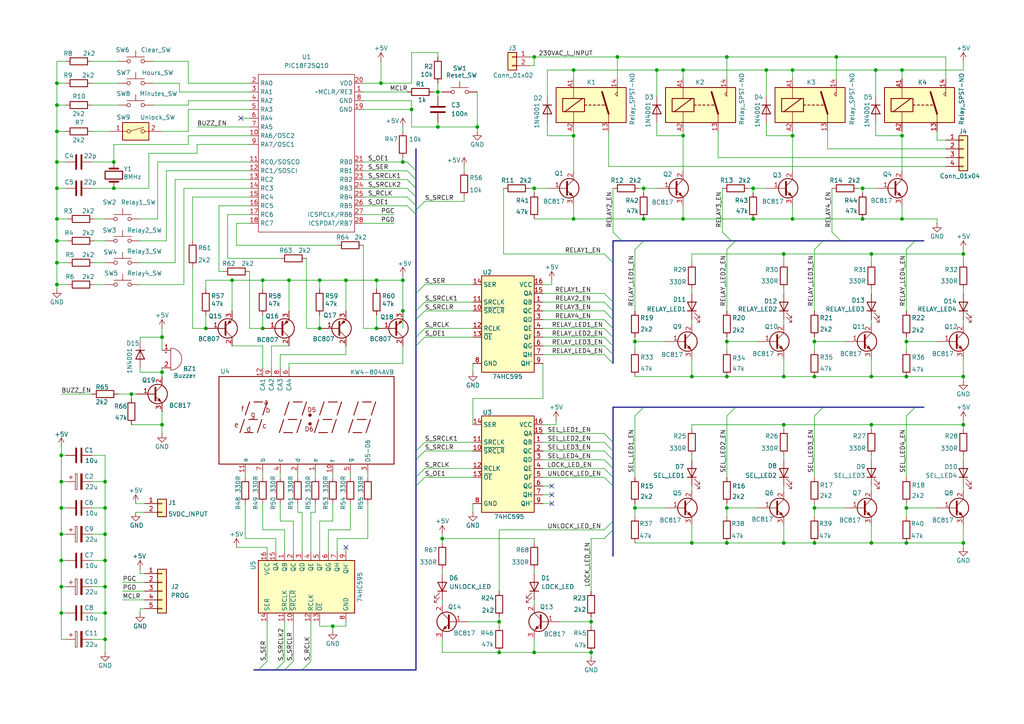
<source format=kicad_sch>
(kicad_sch (version 20231120) (generator "eeschema") (generator_version "8.0")
  (paper "A4")
  (junction (at 186.69 54.61))
  (junction (at 46.99 123.19))
  (junction (at 38.1 114.3))
  (junction (at 17.78 154.94))
  (junction (at 236.22 147.32))
  (junction (at 110.49 24.13))
  (junction (at 109.22 95.25))
  (junction (at 166.37 39.37))
  (junction (at 16.51 54.61))
  (junction (at 179.07 16.51))
  (junction (at 76.2 81.28))
  (junction (at 227.33 157.48))
  (junction (at 144.78 180.34))
  (junction (at 17.78 170.18))
  (junction (at 198.12 39.37))
  (junction (at 261.62 63.5))
  (junction (at 210.82 157.48))
  (junction (at 30.48 147.32))
  (junction (at 59.69 95.25))
  (junction (at 198.12 20.32))
  (junction (at 17.78 132.08))
  (junction (at 96.52 181.61))
  (junction (at 76.2 95.25))
  (junction (at 46.99 97.79))
  (junction (at 16.51 46.99))
  (junction (at 16.51 76.2))
  (junction (at 171.45 180.34))
  (junction (at 166.37 63.5))
  (junction (at 100.33 81.28))
  (junction (at 236.22 157.48))
  (junction (at 236.22 109.22))
  (junction (at 138.43 36.83))
  (junction (at 116.84 81.28))
  (junction (at 222.25 20.32))
  (junction (at 184.15 99.06))
  (junction (at 242.57 16.51))
  (junction (at 218.44 63.5))
  (junction (at 236.22 99.06))
  (junction (at 252.73 123.19))
  (junction (at 252.73 157.48))
  (junction (at 154.94 16.51))
  (junction (at 279.4 123.19))
  (junction (at 128.27 156.21))
  (junction (at 229.87 63.5))
  (junction (at 200.66 109.22))
  (junction (at 218.44 54.61))
  (junction (at 144.78 189.23))
  (junction (at 33.02 46.99))
  (junction (at 198.12 63.5))
  (junction (at 210.82 99.06))
  (junction (at 210.82 16.51))
  (junction (at 184.15 147.32))
  (junction (at 16.51 69.85))
  (junction (at 227.33 109.22))
  (junction (at 16.51 82.55))
  (junction (at 227.33 123.19))
  (junction (at 30.48 139.7))
  (junction (at 154.94 54.61))
  (junction (at 252.73 109.22))
  (junction (at 16.51 30.48))
  (junction (at 92.71 81.28))
  (junction (at 33.02 54.61))
  (junction (at 229.87 20.32))
  (junction (at 30.48 162.56))
  (junction (at 116.84 46.99))
  (junction (at 17.78 139.7))
  (junction (at 186.69 63.5))
  (junction (at 262.89 157.48))
  (junction (at 30.48 170.18))
  (junction (at 16.51 63.5))
  (junction (at 30.48 154.94))
  (junction (at 261.62 39.37))
  (junction (at 254 20.32))
  (junction (at 16.51 38.1))
  (junction (at 252.73 73.66))
  (junction (at 17.78 162.56))
  (junction (at 119.38 31.75))
  (junction (at 92.71 95.25))
  (junction (at 154.94 189.23))
  (junction (at 262.89 109.22))
  (junction (at 190.5 20.32))
  (junction (at 210.82 147.32))
  (junction (at 127 36.83))
  (junction (at 16.51 24.13))
  (junction (at 229.87 39.37))
  (junction (at 171.45 189.23))
  (junction (at 261.62 20.32))
  (junction (at 227.33 73.66))
  (junction (at 30.48 177.8))
  (junction (at 210.82 109.22))
  (junction (at 279.4 73.66))
  (junction (at 250.19 54.61))
  (junction (at 67.31 81.28))
  (junction (at 262.89 99.06))
  (junction (at 127 26.67))
  (junction (at 30.48 185.42))
  (junction (at 166.37 20.32))
  (junction (at 17.78 177.8))
  (junction (at 279.4 157.48))
  (junction (at 109.22 81.28))
  (junction (at 83.82 81.28))
  (junction (at 250.19 63.5))
  (junction (at 262.89 147.32))
  (junction (at 200.66 157.48))
  (junction (at 46.99 107.95))
  (junction (at 116.84 90.17))
  (junction (at 17.78 147.32))
  (junction (at 279.4 109.22))
  (no_connect (at 160.02 143.51))
  (no_connect (at 100.33 158.75))
  (no_connect (at 160.02 146.05))
  (no_connect (at 69.85 34.29))
  (no_connect (at 160.02 140.97))
  (bus_entry (at 175.26 87.63) (size 2.54 2.54))
  (bus_entry (at 120.65 97.79) (size 2.54 -2.54))
  (bus_entry (at 120.65 140.97) (size 2.54 -2.54))
  (bus_entry (at 175.26 156.21) (size 2.54 -2.54))
  (bus_entry (at 120.65 130.81) (size 2.54 -2.54))
  (bus_entry (at 87.63 194.31) (size 2.54 -2.54))
  (bus_entry (at 236.22 120.65) (size 2.54 -2.54))
  (bus_entry (at 82.55 194.31) (size 2.54 -2.54))
  (bus_entry (at 118.11 49.53) (size 2.54 2.54))
  (bus_entry (at 118.11 59.69) (size 2.54 2.54))
  (bus_entry (at 175.26 102.87) (size 2.54 2.54))
  (bus_entry (at 177.8 138.43) (size -2.54 -2.54))
  (bus_entry (at 177.8 140.97) (size -2.54 -2.54))
  (bus_entry (at 175.26 153.67) (size 2.54 -2.54))
  (bus_entry (at 177.8 128.27) (size -2.54 -2.54))
  (bus_entry (at 175.26 73.66) (size 2.54 2.54))
  (bus_entry (at 175.26 95.25) (size 2.54 2.54))
  (bus_entry (at 262.89 72.39) (size 2.54 -2.54))
  (bus_entry (at 120.65 90.17) (size 2.54 -2.54))
  (bus_entry (at 175.26 90.17) (size 2.54 2.54))
  (bus_entry (at 175.26 97.79) (size 2.54 2.54))
  (bus_entry (at 120.65 60.96) (size 2.54 -2.54))
  (bus_entry (at 177.8 133.35) (size -2.54 -2.54))
  (bus_entry (at 120.65 138.43) (size 2.54 -2.54))
  (bus_entry (at 262.89 120.65) (size 2.54 -2.54))
  (bus_entry (at 184.15 72.39) (size 2.54 -2.54))
  (bus_entry (at 184.15 120.65) (size 2.54 -2.54))
  (bus_entry (at 118.11 52.07) (size 2.54 2.54))
  (bus_entry (at 210.82 72.39) (size 2.54 -2.54))
  (bus_entry (at 177.8 130.81) (size -2.54 -2.54))
  (bus_entry (at 177.8 135.89) (size -2.54 -2.54))
  (bus_entry (at 236.22 72.39) (size 2.54 -2.54))
  (bus_entry (at 74.93 194.31) (size 2.54 -2.54))
  (bus_entry (at 241.3 67.31) (size 2.54 2.54))
  (bus_entry (at 209.55 67.31) (size 2.54 2.54))
  (bus_entry (at 177.8 67.31) (size 2.54 2.54))
  (bus_entry (at 118.11 46.99) (size 2.54 2.54))
  (bus_entry (at 120.65 92.71) (size 2.54 -2.54))
  (bus_entry (at 120.65 100.33) (size 2.54 -2.54))
  (bus_entry (at 118.11 57.15) (size 2.54 2.54))
  (bus_entry (at 118.11 54.61) (size 2.54 2.54))
  (bus_entry (at 80.01 194.31) (size 2.54 -2.54))
  (bus_entry (at 175.26 85.09) (size 2.54 2.54))
  (bus_entry (at 210.82 120.65) (size 2.54 -2.54))
  (bus_entry (at 175.26 92.71) (size 2.54 2.54))
  (bus_entry (at 175.26 100.33) (size 2.54 2.54))
  (bus_entry (at 120.65 133.35) (size 2.54 -2.54))
  (bus_entry (at 120.65 85.09) (size 2.54 -2.54))
  (wire (pts (xy 198.12 38.1) (xy 198.12 39.37)))
  (wire (pts (xy 55.88 77.47) (xy 55.88 95.25)))
  (wire (pts (xy 76.2 95.25) (xy 72.39 95.25)))
  (wire (pts (xy 106.68 146.05) (xy 106.68 156.21)))
  (wire (pts (xy 55.88 95.25) (xy 59.69 95.25)))
  (wire (pts (xy 252.73 92.71) (xy 252.73 93.98)))
  (wire (pts (xy 41.91 176.53) (xy 40.64 176.53)))
  (wire (pts (xy 157.48 138.43) (xy 175.26 138.43)))
  (wire (pts (xy 116.84 95.25) (xy 116.84 90.17)))
  (wire (pts (xy 157.48 125.73) (xy 175.26 125.73)))
  (wire (pts (xy 101.6 153.67) (xy 101.6 146.05)))
  (wire (pts (xy 17.78 114.3) (xy 26.67 114.3)))
  (wire (pts (xy 26.67 54.61) (xy 33.02 54.61)))
  (wire (pts (xy 210.82 16.51) (xy 179.07 16.51)))
  (wire (pts (xy 171.45 156.21) (xy 175.26 156.21)))
  (bus (pts (xy 120.65 133.35) (xy 120.65 138.43)))
  (wire (pts (xy 274.32 16.51) (xy 242.57 16.51)))
  (wire (pts (xy 17.78 139.7) (xy 19.05 139.7)))
  (wire (pts (xy 16.51 76.2) (xy 16.51 82.55)))
  (wire (pts (xy 210.82 147.32) (xy 210.82 149.86)))
  (wire (pts (xy 175.26 73.66) (xy 146.05 73.66)))
  (wire (pts (xy 222.25 35.56) (xy 222.25 39.37)))
  (wire (pts (xy 16.51 69.85) (xy 16.51 76.2)))
  (wire (pts (xy 27.305 82.55) (xy 30.48 82.55)))
  (bus (pts (xy 120.65 52.07) (xy 120.65 54.61)))
  (wire (pts (xy 119.38 29.21) (xy 119.38 31.75)))
  (wire (pts (xy 76.2 153.67) (xy 76.2 146.05)))
  (wire (pts (xy 119.38 36.83) (xy 127 36.83)))
  (wire (pts (xy 236.22 99.06) (xy 236.22 101.6)))
  (wire (pts (xy 250.19 54.61) (xy 254 54.61)))
  (wire (pts (xy 236.22 97.79) (xy 236.22 99.06)))
  (wire (pts (xy 248.92 54.61) (xy 250.19 54.61)))
  (wire (pts (xy 109.22 81.28) (xy 109.22 83.82)))
  (wire (pts (xy 252.73 152.4) (xy 252.73 157.48)))
  (wire (pts (xy 105.41 31.75) (xy 119.38 31.75)))
  (wire (pts (xy 82.55 153.67) (xy 82.55 160.02)))
  (wire (pts (xy 106.68 137.16) (xy 106.68 138.43)))
  (bus (pts (xy 213.36 118.11) (xy 238.76 118.11)))
  (wire (pts (xy 16.51 38.1) (xy 16.51 46.99)))
  (wire (pts (xy 30.48 154.94) (xy 30.48 162.56)))
  (wire (pts (xy 186.69 54.61) (xy 190.5 54.61)))
  (wire (pts (xy 209.55 54.61) (xy 209.55 67.31)))
  (wire (pts (xy 86.36 137.16) (xy 86.36 138.43)))
  (wire (pts (xy 227.33 73.66) (xy 252.73 73.66)))
  (wire (pts (xy 34.29 30.48) (xy 26.67 30.48)))
  (wire (pts (xy 171.45 156.21) (xy 171.45 171.45)))
  (wire (pts (xy 35.56 173.99) (xy 41.91 173.99)))
  (wire (pts (xy 227.33 157.48) (xy 210.82 157.48)))
  (wire (pts (xy 17.78 162.56) (xy 17.78 170.18)))
  (wire (pts (xy 252.73 140.97) (xy 252.73 142.24)))
  (wire (pts (xy 271.78 40.64) (xy 274.32 40.64)))
  (bus (pts (xy 82.55 194.31) (xy 87.63 194.31)))
  (wire (pts (xy 210.82 99.06) (xy 210.82 101.6)))
  (wire (pts (xy 186.69 63.5) (xy 198.12 63.5)))
  (wire (pts (xy 261.62 39.37) (xy 261.62 49.53)))
  (wire (pts (xy 144.78 179.07) (xy 144.78 180.34)))
  (wire (pts (xy 125.73 26.67) (xy 127 26.67)))
  (wire (pts (xy 105.41 49.53) (xy 118.11 49.53)))
  (wire (pts (xy 105.41 29.21) (xy 119.38 29.21)))
  (wire (pts (xy 54.61 38.1) (xy 46.99 38.1)))
  (wire (pts (xy 30.48 177.8) (xy 30.48 185.42)))
  (wire (pts (xy 54.61 29.21) (xy 72.39 29.21)))
  (wire (pts (xy 40.64 76.2) (xy 50.8 76.2)))
  (bus (pts (xy 120.65 59.69) (xy 120.65 60.96)))
  (wire (pts (xy 160.02 82.55) (xy 157.48 82.55)))
  (wire (pts (xy 123.19 138.43) (xy 137.16 138.43)))
  (bus (pts (xy 120.65 130.81) (xy 120.65 133.35)))
  (wire (pts (xy 279.4 73.66) (xy 279.4 76.2)))
  (wire (pts (xy 92.71 95.25) (xy 88.9 95.25)))
  (wire (pts (xy 158.75 39.37) (xy 166.37 39.37)))
  (wire (pts (xy 210.82 120.65) (xy 210.82 138.43)))
  (wire (pts (xy 40.64 176.53) (xy 40.64 177.8)))
  (wire (pts (xy 200.66 109.22) (xy 200.66 104.14)))
  (wire (pts (xy 210.82 147.32) (xy 219.71 147.32)))
  (wire (pts (xy 76.2 81.28) (xy 76.2 83.82)))
  (wire (pts (xy 57.15 44.45) (xy 43.18 44.45)))
  (bus (pts (xy 177.8 128.27) (xy 177.8 130.81)))
  (wire (pts (xy 105.41 52.07) (xy 118.11 52.07)))
  (wire (pts (xy 184.15 147.32) (xy 193.04 147.32)))
  (bus (pts (xy 177.8 102.87) (xy 177.8 105.41)))
  (wire (pts (xy 198.12 63.5) (xy 218.44 63.5)))
  (wire (pts (xy 90.17 180.34) (xy 90.17 191.77)))
  (wire (pts (xy 26.67 154.94) (xy 30.48 154.94)))
  (wire (pts (xy 16.51 82.55) (xy 19.685 82.55)))
  (wire (pts (xy 95.25 160.02) (xy 95.25 153.67)))
  (wire (pts (xy 138.43 36.83) (xy 138.43 38.1)))
  (wire (pts (xy 274.32 22.86) (xy 274.32 16.51)))
  (wire (pts (xy 210.82 72.39) (xy 210.82 90.17)))
  (bus (pts (xy 177.8 140.97) (xy 177.8 151.13)))
  (wire (pts (xy 128.27 156.21) (xy 154.94 156.21)))
  (wire (pts (xy 210.82 97.79) (xy 210.82 99.06)))
  (wire (pts (xy 241.3 54.61) (xy 241.3 67.31)))
  (wire (pts (xy 279.4 152.4) (xy 279.4 157.48)))
  (wire (pts (xy 91.44 148.59) (xy 91.44 146.05)))
  (wire (pts (xy 40.64 97.79) (xy 46.99 97.79)))
  (wire (pts (xy 236.22 109.22) (xy 252.73 109.22)))
  (wire (pts (xy 105.41 62.23) (xy 114.3 62.23)))
  (wire (pts (xy 154.94 54.61) (xy 154.94 55.88)))
  (wire (pts (xy 176.53 38.1) (xy 176.53 48.26)))
  (wire (pts (xy 229.87 39.37) (xy 229.87 49.53)))
  (wire (pts (xy 40.64 63.5) (xy 45.72 63.5)))
  (wire (pts (xy 34.29 17.78) (xy 26.67 17.78)))
  (wire (pts (xy 134.62 57.15) (xy 134.62 58.42)))
  (wire (pts (xy 17.78 129.54) (xy 17.78 132.08)))
  (wire (pts (xy 116.84 45.72) (xy 116.84 46.99)))
  (wire (pts (xy 92.71 151.13) (xy 96.52 151.13)))
  (wire (pts (xy 86.36 148.59) (xy 87.63 148.59)))
  (wire (pts (xy 236.22 99.06) (xy 245.11 99.06)))
  (wire (pts (xy 64.77 78.74) (xy 63.5 78.74)))
  (wire (pts (xy 67.31 81.28) (xy 76.2 81.28)))
  (wire (pts (xy 17.78 162.56) (xy 19.05 162.56)))
  (wire (pts (xy 63.5 59.69) (xy 72.39 59.69)))
  (wire (pts (xy 66.04 62.23) (xy 72.39 62.23)))
  (wire (pts (xy 59.69 83.82) (xy 59.69 81.28)))
  (wire (pts (xy 184.15 99.06) (xy 193.04 99.06)))
  (wire (pts (xy 262.89 72.39) (xy 262.89 90.17)))
  (wire (pts (xy 279.4 121.92) (xy 279.4 123.19)))
  (wire (pts (xy 200.66 157.48) (xy 210.82 157.48)))
  (wire (pts (xy 154.94 16.51) (xy 179.07 16.51)))
  (wire (pts (xy 48.26 49.53) (xy 72.39 49.53)))
  (bus (pts (xy 177.8 69.85) (xy 180.34 69.85)))
  (wire (pts (xy 97.79 156.21) (xy 97.79 160.02)))
  (wire (pts (xy 46.99 123.19) (xy 46.99 125.73)))
  (wire (pts (xy 123.19 90.17) (xy 137.16 90.17)))
  (wire (pts (xy 46.99 107.95) (xy 46.99 109.22)))
  (wire (pts (xy 262.89 146.05) (xy 262.89 147.32)))
  (wire (pts (xy 250.19 63.5) (xy 261.62 63.5)))
  (wire (pts (xy 81.28 74.93) (xy 66.04 74.93)))
  (wire (pts (xy 137.16 115.57) (xy 137.16 123.19)))
  (wire (pts (xy 116.84 80.01) (xy 116.84 81.28)))
  (wire (pts (xy 100.33 100.33) (xy 100.33 102.87)))
  (wire (pts (xy 252.73 73.66) (xy 252.73 76.2)))
  (wire (pts (xy 229.87 38.1) (xy 229.87 39.37)))
  (wire (pts (xy 76.2 100.33) (xy 76.2 106.68)))
  (wire (pts (xy 127 35.56) (xy 127 36.83)))
  (wire (pts (xy 40.64 106.68) (xy 40.64 107.95)))
  (bus (pts (xy 120.65 60.96) (xy 120.65 62.23)))
  (wire (pts (xy 53.34 54.61) (xy 72.39 54.61)))
  (wire (pts (xy 105.41 57.15) (xy 118.11 57.15)))
  (wire (pts (xy 85.09 151.13) (xy 81.28 151.13)))
  (wire (pts (xy 166.37 39.37) (xy 166.37 49.53)))
  (wire (pts (xy 184.15 99.06) (xy 184.15 101.6)))
  (wire (pts (xy 26.67 139.7) (xy 30.48 139.7)))
  (wire (pts (xy 157.48 115.57) (xy 137.16 115.57)))
  (wire (pts (xy 208.28 38.1) (xy 208.28 45.72)))
  (wire (pts (xy 262.89 147.32) (xy 271.78 147.32)))
  (wire (pts (xy 154.94 189.23) (xy 171.45 189.23)))
  (wire (pts (xy 82.55 180.34) (xy 82.55 191.77)))
  (wire (pts (xy 16.51 46.99) (xy 19.05 46.99)))
  (wire (pts (xy 78.74 100.33) (xy 83.82 100.33)))
  (wire (pts (xy 100.33 81.28) (xy 109.22 81.28)))
  (wire (pts (xy 153.67 16.51) (xy 154.94 16.51)))
  (wire (pts (xy 153.67 19.05) (xy 154.94 19.05)))
  (wire (pts (xy 222.25 27.94) (xy 222.25 20.32)))
  (wire (pts (xy 100.33 158.75) (xy 100.33 160.02)))
  (wire (pts (xy 279.4 20.32) (xy 261.62 20.32)))
  (wire (pts (xy 144.78 153.67) (xy 175.26 153.67)))
  (wire (pts (xy 40.64 82.55) (xy 53.34 82.55)))
  (wire (pts (xy 27.305 76.2) (xy 30.48 76.2)))
  (wire (pts (xy 227.33 123.19) (xy 252.73 123.19)))
  (wire (pts (xy 227.33 109.22) (xy 236.22 109.22)))
  (wire (pts (xy 229.87 20.32) (xy 254 20.32)))
  (wire (pts (xy 279.4 104.14) (xy 279.4 109.22)))
  (bus (pts (xy 80.01 194.31) (xy 82.55 194.31)))
  (wire (pts (xy 240.03 43.18) (xy 274.32 43.18)))
  (wire (pts (xy 16.51 63.5) (xy 16.51 69.85)))
  (wire (pts (xy 116.84 46.99) (xy 118.11 46.99)))
  (wire (pts (xy 17.78 177.8) (xy 19.05 177.8)))
  (wire (pts (xy 271.78 38.1) (xy 271.78 40.64)))
  (wire (pts (xy 30.48 185.42) (xy 30.48 189.23)))
  (wire (pts (xy 54.61 31.75) (xy 54.61 38.1)))
  (bus (pts (xy 238.76 118.11) (xy 265.43 118.11)))
  (wire (pts (xy 91.44 137.16) (xy 91.44 138.43)))
  (wire (pts (xy 127 36.83) (xy 138.43 36.83)))
  (wire (pts (xy 229.87 63.5) (xy 250.19 63.5)))
  (wire (pts (xy 153.67 54.61) (xy 154.94 54.61)))
  (wire (pts (xy 154.94 173.99) (xy 154.94 175.26)))
  (wire (pts (xy 252.73 132.08) (xy 252.73 133.35)))
  (wire (pts (xy 190.5 35.56) (xy 190.5 39.37)))
  (wire (pts (xy 261.62 59.69) (xy 261.62 63.5)))
  (wire (pts (xy 26.67 185.42) (xy 30.48 185.42)))
  (wire (pts (xy 236.22 147.32) (xy 245.11 147.32)))
  (wire (pts (xy 254 35.56) (xy 254 39.37)))
  (wire (pts (xy 227.33 132.08) (xy 227.33 133.35)))
  (wire (pts (xy 116.84 81.28) (xy 116.84 90.17)))
  (wire (pts (xy 171.45 179.07) (xy 171.45 180.34)))
  (wire (pts (xy 252.73 157.48) (xy 262.89 157.48)))
  (wire (pts (xy 210.82 99.06) (xy 219.71 99.06)))
  (bus (pts (xy 120.65 49.53) (xy 120.65 52.07)))
  (wire (pts (xy 127 26.67) (xy 128.27 26.67)))
  (wire (pts (xy 17.78 132.08) (xy 17.78 139.7)))
  (wire (pts (xy 66.04 74.93) (xy 66.04 62.23)))
  (wire (pts (xy 123.19 128.27) (xy 137.16 128.27)))
  (wire (pts (xy 157.48 100.33) (xy 175.26 100.33)))
  (bus (pts (xy 120.65 140.97) (xy 120.65 194.31)))
  (wire (pts (xy 81.28 151.13) (xy 81.28 146.05)))
  (wire (pts (xy 200.66 73.66) (xy 200.66 76.2)))
  (wire (pts (xy 76.2 91.44) (xy 76.2 95.25)))
  (wire (pts (xy 123.19 87.63) (xy 137.16 87.63)))
  (wire (pts (xy 40.64 107.95) (xy 46.99 107.95)))
  (wire (pts (xy 157.48 140.97) (xy 160.02 140.97)))
  (bus (pts (xy 120.65 54.61) (xy 120.65 57.15)))
  (wire (pts (xy 96.52 181.61) (xy 100.33 181.61)))
  (wire (pts (xy 105.41 59.69) (xy 118.11 59.69)))
  (wire (pts (xy 227.33 73.66) (xy 227.33 76.2)))
  (bus (pts (xy 177.8 130.81) (xy 177.8 133.35)))
  (wire (pts (xy 157.48 105.41) (xy 157.48 115.57)))
  (wire (pts (xy 92.71 181.61) (xy 96.52 181.61)))
  (wire (pts (xy 69.85 34.29) (xy 72.39 34.29)))
  (wire (pts (xy 166.37 20.32) (xy 166.37 22.86)))
  (wire (pts (xy 16.51 54.61) (xy 16.51 63.5)))
  (wire (pts (xy 110.49 17.78) (xy 110.49 24.13)))
  (wire (pts (xy 105.41 24.13) (xy 110.49 24.13)))
  (wire (pts (xy 279.4 157.48) (xy 262.89 157.48)))
  (wire (pts (xy 55.88 57.15) (xy 55.88 69.85)))
  (wire (pts (xy 34.29 114.3) (xy 38.1 114.3)))
  (bus (pts (xy 213.36 69.85) (xy 238.76 69.85)))
  (wire (pts (xy 222.25 20.32) (xy 229.87 20.32)))
  (wire (pts (xy 185.42 54.61) (xy 186.69 54.61)))
  (wire (pts (xy 184.15 146.05) (xy 184.15 147.32)))
  (bus (pts (xy 120.65 43.18) (xy 120.65 49.53)))
  (wire (pts (xy 146.05 73.66) (xy 146.05 54.61)))
  (wire (pts (xy 252.73 73.66) (xy 279.4 73.66)))
  (wire (pts (xy 119.38 24.13) (xy 119.38 15.24)))
  (wire (pts (xy 252.73 104.14) (xy 252.73 109.22)))
  (wire (pts (xy 157.48 97.79) (xy 175.26 97.79)))
  (wire (pts (xy 227.33 140.97) (xy 227.33 142.24)))
  (wire (pts (xy 157.48 92.71) (xy 175.26 92.71)))
  (wire (pts (xy 17.78 147.32) (xy 19.05 147.32)))
  (wire (pts (xy 46.99 95.25) (xy 46.99 97.79)))
  (wire (pts (xy 157.48 133.35) (xy 175.26 133.35)))
  (wire (pts (xy 154.94 156.21) (xy 154.94 157.48)))
  (wire (pts (xy 254 39.37) (xy 261.62 39.37)))
  (wire (pts (xy 77.47 180.34) (xy 77.47 191.77)))
  (wire (pts (xy 33.02 41.91) (xy 33.02 46.99)))
  (wire (pts (xy 210.82 109.22) (xy 227.33 109.22)))
  (wire (pts (xy 254 27.94) (xy 254 20.32)))
  (wire (pts (xy 128.27 189.23) (xy 144.78 189.23)))
  (wire (pts (xy 252.73 109.22) (xy 262.89 109.22)))
  (wire (pts (xy 252.73 83.82) (xy 252.73 85.09)))
  (wire (pts (xy 262.89 97.79) (xy 262.89 99.06)))
  (wire (pts (xy 45.72 46.99) (xy 45.72 63.5)))
  (wire (pts (xy 271.78 63.5) (xy 261.62 63.5)))
  (bus (pts (xy 74.93 194.31) (xy 80.01 194.31)))
  (wire (pts (xy 43.18 44.45) (xy 43.18 54.61)))
  (wire (pts (xy 16.51 38.1) (xy 19.05 38.1)))
  (wire (pts (xy 50.8 76.2) (xy 50.8 52.07)))
  (wire (pts (xy 236.22 146.05) (xy 236.22 147.32)))
  (wire (pts (xy 26.67 177.8) (xy 30.48 177.8)))
  (wire (pts (xy 105.41 64.77) (xy 114.3 64.77)))
  (wire (pts (xy 157.48 87.63) (xy 175.26 87.63)))
  (wire (pts (xy 279.4 109.22) (xy 279.4 110.49)))
  (wire (pts (xy 262.89 147.32) (xy 262.89 149.86)))
  (wire (pts (xy 76.2 100.33) (xy 67.31 100.33)))
  (wire (pts (xy 105.41 54.61) (xy 118.11 54.61)))
  (wire (pts (xy 59.69 91.44) (xy 59.69 95.25)))
  (wire (pts (xy 96.52 137.16) (xy 96.52 138.43)))
  (wire (pts (xy 39.37 146.05) (xy 41.91 146.05)))
  (wire (pts (xy 81.28 137.16) (xy 81.28 138.43)))
  (wire (pts (xy 68.58 71.12) (xy 68.58 64.77)))
  (wire (pts (xy 198.12 20.32) (xy 222.25 20.32)))
  (wire (pts (xy 227.33 104.14) (xy 227.33 109.22)))
  (wire (pts (xy 127 26.67) (xy 127 27.94)))
  (wire (pts (xy 116.84 105.41) (xy 83.82 105.41)))
  (wire (pts (xy 38.1 123.19) (xy 46.99 123.19)))
  (wire (pts (xy 30.48 139.7) (xy 30.48 147.32)))
  (wire (pts (xy 279.4 92.71) (xy 279.4 93.98)))
  (wire (pts (xy 279.4 132.08) (xy 279.4 133.35)))
  (wire (pts (xy 40.64 99.06) (xy 40.64 97.79)))
  (bus (pts (xy 120.65 138.43) (xy 120.65 140.97)))
  (wire (pts (xy 85.09 160.02) (xy 85.09 151.13)))
  (wire (pts (xy 105.41 46.99) (xy 116.84 46.99)))
  (wire (pts (xy 40.64 166.37) (xy 40.64 165.1)))
  (wire (pts (xy 179.07 16.51) (xy 179.07 22.86)))
  (wire (pts (xy 119.38 31.75) (xy 119.38 36.83)))
  (wire (pts (xy 157.48 95.25) (xy 175.26 95.25)))
  (wire (pts (xy 92.71 180.34) (xy 92.71 181.61)))
  (wire (pts (xy 184.15 97.79) (xy 184.15 99.06)))
  (wire (pts (xy 16.51 46.99) (xy 16.51 54.61)))
  (wire (pts (xy 52.07 24.13) (xy 52.07 26.67)))
  (wire (pts (xy 26.67 162.56) (xy 30.48 162.56)))
  (wire (pts (xy 46.99 97.79) (xy 46.99 101.6)))
  (wire (pts (xy 128.27 165.1) (xy 128.27 166.37)))
  (wire (pts (xy 158.75 20.32) (xy 166.37 20.32)))
  (wire (pts (xy 166.37 20.32) (xy 190.5 20.32)))
  (wire (pts (xy 45.72 46.99) (xy 72.39 46.99)))
  (wire (pts (xy 137.16 146.05) (xy 137.16 148.59)))
  (bus (pts (xy 120.65 97.79) (xy 120.65 100.33)))
  (wire (pts (xy 16.51 17.78) (xy 16.51 24.13)))
  (wire (pts (xy 17.78 147.32) (xy 17.78 154.94)))
  (wire (pts (xy 19.05 30.48) (xy 16.51 30.48)))
  (bus (pts (xy 212.09 69.85) (xy 213.36 69.85)))
  (wire (pts (xy 17.78 154.94) (xy 19.05 154.94)))
  (wire (pts (xy 95.25 153.67) (xy 101.6 153.67)))
  (wire (pts (xy 109.22 81.28) (xy 116.84 81.28)))
  (wire (pts (xy 85.09 180.34) (xy 85.09 191.77)))
  (wire (pts (xy 90.17 148.59) (xy 91.44 148.59)))
  (wire (pts (xy 279.4 17.78) (xy 279.4 20.32)))
  (wire (pts (xy 171.45 189.23) (xy 171.45 190.5)))
  (wire (pts (xy 96.52 181.61) (xy 96.52 182.88)))
  (wire (pts (xy 162.56 180.34) (xy 171.45 180.34)))
  (wire (pts (xy 200.66 140.97) (xy 200.66 142.24)))
  (bus (pts (xy 177.8 92.71) (xy 177.8 95.25)))
  (wire (pts (xy 229.87 59.69) (xy 229.87 63.5)))
  (wire (pts (xy 92.71 81.28) (xy 92.71 83.82)))
  (wire (pts (xy 166.37 63.5) (xy 186.69 63.5)))
  (wire (pts (xy 135.89 180.34) (xy 144.78 180.34)))
  (wire (pts (xy 30.48 162.56) (xy 30.48 170.18)))
  (bus (pts (xy 186.69 118.11) (xy 213.36 118.11)))
  (wire (pts (xy 236.22 72.39) (xy 236.22 90.17)))
  (wire (pts (xy 171.45 180.34) (xy 171.45 181.61)))
  (bus (pts (xy 177.8 135.89) (xy 177.8 138.43)))
  (wire (pts (xy 128.27 185.42) (xy 128.27 189.23)))
  (wire (pts (xy 184.15 147.32) (xy 184.15 149.86)))
  (wire (pts (xy 279.4 157.48) (xy 279.4 158.75)))
  (wire (pts (xy 35.56 168.91) (xy 41.91 168.91)))
  (wire (pts (xy 83.82 105.41) (xy 83.82 106.68)))
  (wire (pts (xy 57.15 41.91) (xy 57.15 44.45)))
  (wire (pts (xy 236.22 120.65) (xy 236.22 138.43)))
  (wire (pts (xy 17.78 170.18) (xy 19.05 170.18)))
  (wire (pts (xy 134.62 48.26) (xy 134.62 49.53)))
  (bus (pts (xy 177.8 128.27) (xy 177.8 118.11)))
  (wire (pts (xy 38.1 114.3) (xy 39.37 114.3)))
  (wire (pts (xy 242.57 22.86) (xy 242.57 16.51)))
  (wire (pts (xy 157.48 130.81) (xy 175.26 130.81)))
  (bus (pts (xy 120.65 85.09) (xy 120.65 90.17)))
  (bus (pts (xy 177.8 138.43) (xy 177.8 140.97)))
  (wire (pts (xy 198.12 59.69) (xy 198.12 63.5)))
  (wire (pts (xy 128.27 154.94) (xy 128.27 156.21)))
  (wire (pts (xy 279.4 123.19) (xy 279.4 124.46)))
  (wire (pts (xy 92.71 91.44) (xy 92.71 95.25)))
  (wire (pts (xy 177.8 54.61) (xy 177.8 67.31)))
  (wire (pts (xy 157.48 146.05) (xy 160.02 146.05)))
  (wire (pts (xy 44.45 24.13) (xy 52.07 24.13)))
  (wire (pts (xy 154.94 54.61) (xy 158.75 54.61)))
  (wire (pts (xy 16.51 76.2) (xy 19.685 76.2)))
  (wire (pts (xy 123.19 130.81) (xy 137.16 130.81)))
  (wire (pts (xy 116.84 36.83) (xy 116.84 38.1)))
  (wire (pts (xy 222.25 39.37) (xy 229.87 39.37)))
  (wire (pts (xy 67.31 90.17) (xy 67.31 81.28)))
  (wire (pts (xy 34.29 24.13) (xy 26.67 24.13)))
  (wire (pts (xy 17.78 132.08) (xy 19.05 132.08)))
  (wire (pts (xy 54.61 17.78) (xy 54.61 24.13)))
  (wire (pts (xy 33.02 41.91) (xy 54.61 41.91)))
  (wire (pts (xy 198.12 20.32) (xy 198.12 22.86)))
  (bus (pts (xy 177.8 153.67) (xy 177.8 161.29)))
  (wire (pts (xy 261.62 20.32) (xy 261.62 22.86)))
  (wire (pts (xy 279.4 72.39) (xy 279.4 73.66)))
  (wire (pts (xy 144.78 180.34) (xy 144.78 181.61)))
  (wire (pts (xy 88.9 74.93) (xy 88.9 95.25)))
  (wire (pts (xy 200.66 152.4) (xy 200.66 157.48)))
  (wire (pts (xy 26.67 46.99) (xy 33.02 46.99)))
  (wire (pts (xy 27.305 63.5) (xy 30.48 63.5)))
  (wire (pts (xy 76.2 137.16) (xy 76.2 138.43)))
  (wire (pts (xy 190.5 27.94) (xy 190.5 20.32)))
  (wire (pts (xy 16.51 63.5) (xy 19.685 63.5)))
  (bus (pts (xy 180.34 69.85) (xy 186.69 69.85)))
  (wire (pts (xy 54.61 30.48) (xy 54.61 29.21)))
  (wire (pts (xy 218.44 54.61) (xy 218.44 55.88)))
  (wire (pts (xy 123.19 82.55) (xy 137.16 82.55)))
  (wire (pts (xy 17.78 154.94) (xy 17.78 162.56)))
  (wire (pts (xy 166.37 59.69) (xy 166.37 63.5)))
  (wire (pts (xy 52.07 26.67) (xy 72.39 26.67)))
  (wire (pts (xy 154.94 185.42) (xy 154.94 189.23)))
  (wire (pts (xy 41.91 166.37) (xy 40.64 166.37)))
  (wire (pts (xy 17.78 170.18) (xy 17.78 177.8)))
  (wire (pts (xy 262.89 109.22) (xy 279.4 109.22)))
  (wire (pts (xy 71.12 137.16) (xy 71.12 138.43)))
  (wire (pts (xy 17.78 177.8) (xy 17.78 185.42)))
  (bus (pts (xy 177.8 95.25) (xy 177.8 97.79)))
  (wire (pts (xy 217.17 54.61) (xy 218.44 54.61)))
  (wire (pts (xy 87.63 148.59) (xy 87.63 160.02)))
  (wire (pts (xy 218.44 54.61) (xy 222.25 54.61)))
  (bus (pts (xy 120.65 62.23) (xy 120.65 85.09)))
  (wire (pts (xy 54.61 41.91) (xy 54.61 39.37)))
  (wire (pts (xy 109.22 91.44) (xy 109.22 95.25)))
  (bus (pts (xy 177.8 76.2) (xy 177.8 87.63)))
  (bus (pts (xy 177.8 100.33) (xy 177.8 97.79)))
  (wire (pts (xy 26.67 170.18) (xy 30.48 170.18)))
  (wire (pts (xy 279.4 83.82) (xy 279.4 85.09)))
  (wire (pts (xy 100.33 180.34) (xy 100.33 181.61)))
  (wire (pts (xy 123.19 97.79) (xy 137.16 97.79)))
  (wire (pts (xy 184.15 72.39) (xy 184.15 90.17)))
  (wire (pts (xy 82.55 153.67) (xy 76.2 153.67)))
  (wire (pts (xy 200.66 109.22) (xy 210.82 109.22)))
  (wire (pts (xy 90.17 160.02) (xy 90.17 148.59)))
  (wire (pts (xy 27.305 69.85) (xy 30.48 69.85)))
  (wire (pts (xy 26.67 132.08) (xy 30.48 132.08)))
  (wire (pts (xy 227.33 123.19) (xy 227.33 124.46)))
  (wire (pts (xy 127 15.24) (xy 127 16.51)))
  (wire (pts (xy 252.73 123.19) (xy 252.73 124.46)))
  (wire (pts (xy 30.48 170.18) (xy 30.48 177.8)))
  (wire (pts (xy 157.48 102.87) (xy 175.26 102.87)))
  (wire (pts (xy 218.44 63.5) (xy 229.87 63.5)))
  (wire (pts (xy 109.22 95.25) (xy 105.41 95.25)))
  (wire (pts (xy 96.52 151.13) (xy 96.52 146.05)))
  (wire (pts (xy 123.19 135.89) (xy 137.16 135.89)))
  (wire (pts (xy 92.71 81.28) (xy 100.33 81.28)))
  (bus (pts (xy 120.65 57.15) (xy 120.65 59.69)))
  (bus (pts (xy 177.8 87.63) (xy 177.8 90.17)))
  (wire (pts (xy 200.66 92.71) (xy 200.66 93.98)))
  (wire (pts (xy 154.94 63.5) (xy 166.37 63.5)))
  (wire (pts (xy 16.51 24.13) (xy 16.51 30.48)))
  (bus (pts (xy 177.8 151.13) (xy 177.8 153.67)))
  (wire (pts (xy 200.66 132.08) (xy 200.66 133.35)))
  (wire (pts (xy 63.5 78.74) (xy 63.5 59.69)))
  (bus (pts (xy 177.8 118.11) (xy 186.69 118.11)))
  (wire (pts (xy 44.45 17.78) (xy 54.61 17.78)))
  (wire (pts (xy 128.27 173.99) (xy 128.27 175.26)))
  (wire (pts (xy 210.82 22.86) (xy 210.82 16.51)))
  (wire (pts (xy 30.48 132.08) (xy 30.48 139.7)))
  (wire (pts (xy 55.88 57.15) (xy 72.39 57.15)))
  (wire (pts (xy 242.57 16.51) (xy 210.82 16.51)))
  (wire (pts (xy 252.73 123.19) (xy 279.4 123.19)))
  (wire (pts (xy 57.15 36.83) (xy 72.39 36.83)))
  (wire (pts (xy 86.36 146.05) (xy 86.36 148.59)))
  (wire (pts (xy 184.15 109.22) (xy 200.66 109.22)))
  (wire (pts (xy 26.67 38.1) (xy 31.75 38.1)))
  (wire (pts (xy 54.61 39.37) (xy 72.39 39.37)))
  (bus (pts (xy 243.84 69.85) (xy 265.43 69.85)))
  (wire (pts (xy 101.6 137.16) (xy 101.6 138.43)))
  (wire (pts (xy 54.61 31.75) (xy 72.39 31.75)))
  (bus (pts (xy 120.65 100.33) (xy 120.65 130.81)))
  (wire (pts (xy 43.18 54.61) (xy 33.02 54.61)))
  (wire (pts (xy 35.56 171.45) (xy 41.91 171.45)))
  (bus (pts (xy 265.43 118.11) (xy 267.97 118.11)))
  (wire (pts (xy 50.8 52.07) (xy 72.39 52.07)))
  (wire (pts (xy 161.29 123.19) (xy 161.29 121.92)))
  (wire (pts (xy 157.48 90.17) (xy 175.26 90.17)))
  (wire (pts (xy 200.66 73.66) (xy 227.33 73.66)))
  (wire (pts (xy 262.89 99.06) (xy 262.89 101.6)))
  (wire (pts (xy 72.39 78.74) (xy 72.39 95.25)))
  (wire (pts (xy 30.48 147.32) (xy 30.48 154.94)))
  (wire (pts (xy 157.48 135.89) (xy 175.26 135.89)))
  (wire (pts (xy 227.33 152.4) (xy 227.33 157.48)))
  (bus (pts (xy 73.66 194.31) (xy 74.93 194.31)))
  (wire (pts (xy 39.37 148.59) (xy 41.91 148.59)))
  (wire (pts (xy 184.15 120.65) (xy 184.15 138.43)))
  (wire (pts (xy 198.12 39.37) (xy 198.12 49.53)))
  (wire (pts (xy 138.43 26.67) (xy 138.43 36.83)))
  (wire (pts (xy 176.53 48.26) (xy 274.32 48.26)))
  (wire (pts (xy 240.03 38.1) (xy 240.03 43.18)))
  (wire (pts (xy 57.15 41.91) (xy 72.39 41.91)))
  (wire (pts (xy 16.51 30.48) (xy 16.51 38.1)))
  (wire (pts (xy 154.94 165.1) (xy 154.94 166.37)))
  (wire (pts (xy 144.78 189.23) (xy 154.94 189.23)))
  (wire (pts (xy 227.33 92.71) (xy 227.33 93.98)))
  (wire (pts (xy 279.4 140.97) (xy 279.4 142.24)))
  (wire (pts (xy 83.82 81.28) (xy 83.82 90.17)))
  (bus (pts (xy 177.8 90.17) (xy 177.8 92.71)))
  (wire (pts (xy 262.89 120.65) (xy 262.89 138.43)))
  (wire (pts (xy 16.51 54.61) (xy 19.05 54.61)))
  (wire (pts (xy 19.05 17.78) (xy 16.51 17.78)))
  (wire (pts (xy 157.48 128.27) (xy 175.26 128.27)))
  (wire (pts (xy 134.62 58.42) (xy 123.19 58.42)))
  (wire (pts (xy 154.94 19.05) (xy 154.94 16.51)))
  (wire (pts (xy 208.28 45.72) (xy 274.32 45.72)))
  (wire (pts (xy 144.78 153.67) (xy 144.78 171.45)))
  (wire (pts (xy 19.05 185.42) (xy 17.78 185.42)))
  (wire (pts (xy 137.16 105.41) (xy 137.16 107.95)))
  (wire (pts (xy 119.38 15.24) (xy 127 15.24)))
  (wire (pts (xy 190.5 20.32) (xy 198.12 20.32)))
  (wire (pts (xy 157.48 123.19) (xy 161.29 123.19)))
  (wire (pts (xy 160.02 81.28) (xy 160.02 82.55)))
  (wire (pts (xy 157.48 143.51) (xy 160.02 143.51)))
  (wire (pts (xy 81.28 102.87) (xy 81.28 106.68)))
  (bus (pts (xy 87.63 194.31) (xy 120.65 194.31)))
  (wire (pts (xy 227.33 157.48) (xy 236.22 157.48)))
  (wire (pts (xy 157.48 85.09) (xy 175.26 85.09)))
  (wire (pts (xy 252.73 157.48) (xy 236.22 157.48)))
  (wire (pts (xy 71.12 146.05) (xy 71.12 156.21)))
  (wire (pts (xy 40.64 69.85) (xy 48.26 69.85)))
  (wire (pts (xy 229.87 20.32) (xy 229.87 22.86)))
  (wire (pts (xy 76.2 81.28) (xy 83.82 81.28)))
  (wire (pts (xy 100.33 102.87) (xy 81.28 102.87)))
  (wire (pts (xy 116.84 100.33) (xy 116.84 105.41)))
  (wire (pts (xy 190.5 39.37) (xy 198.12 39.37)))
  (bus (pts (xy 265.43 69.85) (xy 267.97 69.85)))
  (wire (pts (xy 26.67 147.32) (xy 30.48 147.32)))
  (wire (pts (xy 158.75 27.94) (xy 158.75 20.32)))
  (bus (pts (xy 120.65 90.17) (xy 120.65 92.71)))
  (wire (pts (xy 184.15 157.48) (xy 200.66 157.48)))
  (bus (pts (xy 120.65 92.71) (xy 120.65 97.79)))
  (wire (pts (xy 128.27 156.21) (xy 128.27 157.48)))
  (wire (pts (xy 210.82 146.05) (xy 210.82 147.32)))
  (bus (pts (xy 177.8 102.87) (xy 177.8 100.33)))
  (wire (pts (xy 16.51 69.85) (xy 19.685 69.85)))
  (bus (pts (xy 177.8 133.35) (xy 177.8 135.89)))
  (wire (pts (xy 78.74 100.33) (xy 78.74 106.68)))
  (wire (pts (xy 16.51 82.55) (xy 16.51 83.82)))
  (wire (pts (xy 262.89 99.06) (xy 271.78 99.06)))
  (wire (pts (xy 83.82 81.28) (xy 92.71 81.28)))
  (wire (pts (xy 123.19 95.25) (xy 137.16 95.25)))
  (wire (pts (xy 236.22 147.32) (xy 236.22 149.86)))
  (wire (pts (xy 46.99 106.68) (xy 46.99 107.95)))
  (bus (pts (xy 186.69 69.85) (xy 212.09 69.85)))
  (wire (pts (xy 46.99 119.38) (xy 46.99 123.19)))
  (wire (pts (xy 127 26.67) (xy 127 24.13)))
  (wire (pts (xy 17.78 139.7) (xy 17.78 147.32)))
  (wire (pts (xy 105.41 26.67) (xy 118.11 26.67)))
  (wire (pts (xy 16.51 24.13) (xy 19.05 24.13)))
  (wire (pts (xy 250.19 54.61) (xy 250.19 55.88)))
  (wire (pts (xy 110.49 24.13) (xy 119.38 24.13)))
  (wire (pts (xy 271.78 63.5) (xy 271.78 64.77)))
  (bus (pts (xy 177.8 76.2) (xy 177.8 69.85)))
  (wire (pts (xy 97.79 71.12) (xy 68.58 71.12)))
  (wire (pts (xy 200.66 123.19) (xy 227.33 123.19)))
  (wire (pts (xy 48.26 69.85) (xy 48.26 49.53)))
  (wire (pts (xy 100.33 81.28) (xy 100.33 90.17)))
  (wire (pts (xy 71.12 156.21) (xy 80.01 156.21)))
  (wire (pts (xy 186.69 54.61) (xy 186.69 55.88)))
  (wire (pts (xy 68.58 64.77) (xy 72.39 64.77)))
  (wire (pts (xy 166.37 38.1) (xy 166.37 39.37)))
  (wire (pts (xy 106.68 156.21) (xy 97.79 156.21)))
  (wire (pts (xy 80.01 156.21) (xy 80.01 160.02)))
  (wire (pts (xy 254 20.32) (xy 261.62 20.32)))
  (bus (pts (xy 238.76 69.85) (xy 243.84 69.85)))
  (wire (pts (xy 261.62 38.1) (xy 261.62 39.37)))
  (wire (pts (xy 105.41 71.12) (xy 105.41 95.25)))
  (wire (pts (xy 54.61 24.13) (xy 72.39 24.13)))
  (wire (pts (xy 53.34 54.61) (xy 53.34 82.55)))
  (wire (pts (xy 200.66 83.82) (xy 200.66 85.09)))
  (wire (pts (xy 44.45 30.48) (xy 54.61 30.48)))
  (wire (pts (xy 158.75 35.56) (xy 158.75 39.37)))
  (wire (pts (xy 227.33 83.82) (xy 227.33 85.09)))
  (wire (pts (xy 59.69 81.28) (xy 67.31 81.28)))
  (wire (pts (xy 77.47 158.75) (xy 77.47 160.02)))
  (wire (pts (xy 68.58 158.75) (xy 77.47 158.75)))
  (wire (pts (xy 92.71 160.02) (xy 92.71 151.13)))
  (wire (pts (xy 38.1 114.3) (xy 38.1 115.57)))
  (wire (pts (xy 200.66 123.19) (xy 200.66 124.46)))
  (label "BUZZ_EN" (at 57.15 36.83 0))
  (label "SEL_LED2_EN" (at 210.82 137.16 90))
  (label "230VAC_L_INPUT" (at 156.21 16.51 0))
  (label "LOCK_LED_EN" (at 158.75 135.89 0))
  (label "SEL_LED4_EN" (at 171.45 133.35 180))
  (label "S_SRCLK1" (at 123.19 87.63 0))
  (label "S_SRCLR" (at 123.19 90.17 0))
  (label "LOCK_LED_EN" (at 171.45 170.18 90))
  (label "RELAY2_EN" (at 177.8 66.04 90))
  (label "RELAY_LED1_EN" (at 160.02 95.25 0))
  (label "RELAY_LED4_EN" (at 262.89 88.9 90))
  (label "RELAY_LED1_EN" (at 184.15 88.9 90))
  (label "S_SRCLK1" (at 123.19 128.27 0))
  (label "RELAY_LED3_EN" (at 160.02 100.33 0))
  (label "S_OE1" (at 123.19 138.43 0))
  (label "S_RCLK" (at 123.19 95.25 0))
  (label "SEL_LED2_EN" (at 171.45 128.27 180))
  (label "S_RCLK" (at 106.68 57.15 0))
  (label "SEL_LED3_EN" (at 171.45 130.81 180))
  (label "RELAY3_EN" (at 171.45 90.17 180))
  (label "SEL_LED1_EN" (at 184.15 137.16 90))
  (label "RELAY_LED4_EN" (at 160.02 102.87 0))
  (label "S_SRCLR" (at 123.19 130.81 0))
  (label "RELAY_LED3_EN" (at 236.22 88.9 90))
  (label "S_SER" (at 106.68 49.53 0))
  (label "S_OE1" (at 123.19 97.79 0))
  (label "S_SER" (at 123.19 82.55 0))
  (label "PGC" (at 35.56 168.91 0))
  (label "UNLOCK_LED_EN" (at 158.75 138.43 0))
  (label "RELAY_LED2_EN" (at 210.82 88.9 90))
  (label "RELAY1_EN" (at 171.45 85.09 180))
  (label "RELAY3_EN" (at 209.55 66.04 90))
  (label "RELAY2_EN" (at 171.45 87.63 180))
  (label "S_OE1" (at 106.68 59.69 0))
  (label "S_RCLK" (at 123.19 135.89 0))
  (label "MCLR" (at 35.56 173.99 0))
  (label "SEL_LED3_EN" (at 236.22 137.16 90))
  (label "S_SRCLR" (at 85.09 191.77 90))
  (label "UNLOCK_LED_EN" (at 158.75 153.67 0))
  (label "S_SRCLK2" (at 82.55 191.77 90))
  (label "S_SRCLK2" (at 106.68 54.61 0))
  (label "SEL_LED1_EN" (at 171.45 125.73 180))
  (label "PGC" (at 110.49 62.23 0))
  (label "S_OE1" (at 106.68 46.99 0))
  (label "S_SER" (at 77.47 191.77 90))
  (label "RELAY1_EN" (at 163.83 73.66 0))
  (label "RELAY4_EN" (at 241.3 66.04 90))
  (label "S_RCLK" (at 90.17 191.77 90))
  (label "RELAY_LED2_EN" (at 160.02 97.79 0))
  (label "RELAY4_EN" (at 171.45 92.71 180))
  (label "MCLR" (at 113.03 26.67 0))
  (label "BUZZ_EN" (at 17.78 114.3 0))
  (label "SEL_LED4_EN" (at 262.89 137.16 90))
  (label "PGD" (at 110.49 64.77 0))
  (label "PGD" (at 35.56 171.45 0))
  (label "S_SRCLR" (at 123.19 58.42 0))
  (label "S_SRCLK1" (at 106.68 52.07 0))
  (symbol (lib_id "alf64:R") (at 101.6 142.24 180) (unit 1)
    (property "Reference" "R54" (at 99.568 144.018 90) (effects (justify left)))
    (property "Value" "330R" (at 99.568 137.922 90) (effects (justify left)))
    (property "Description" "Resistor" (effects (hide yes)))
  )
  (symbol (lib_id "alf64:SW_Push") (at 35.56 76.2 0) (unit 1)
    (property "Reference" "SW4" (at 32.004 73.152 0))
    (property "Value" "Relay3_SW" (at 41.91 72.898 0))
    (property "Description" "Push button switch, generic, two pins" (effects (hide yes)))
  )
  (symbol (lib_id "alf64:LED") (at 200.66 88.9 90) (unit 1)
    (property "Reference" "D11" (at 197.104 86.868 90))
    (property "Value" "RELAY_LED1" (at 193.294 89.662 90))
    (property "Description" "Light emitting diode" (effects (hide yes)))
  )
  (symbol (lib_id "alf64:D") (at 40.64 102.87 270) (unit 1)
    (property "Reference" "D15" (at 36.576 99.568 90) (effects (justify left)))
    (property "Value" "1N4001" (at 37.592 100.838 0) (effects (justify left)))
    (property "Description" "Diode" (effects (hide yes)))
    (property "Sim.Device" "D" (effects (hide yes)))
    (property "Sim.Pins" "1=K 2=A" (effects (hide yes)))
  )
  (symbol (lib_id "alf64:+5V") (at 39.37 146.05 0) (unit 1)
    (property "Reference" "#PWR011" (effects (hide yes)))
    (property "Value" "+5V" (at 39.37 142.24 0))
    (property "Description" "Power symbol creates a global label with name \"+5V\"" (effects (hide yes)))
  )
  (symbol (lib_id "alf64:+5V") (at 68.58 158.75 0) (mirror y) (unit 1)
    (property "Reference" "#PWR031" (effects (hide yes)))
    (property "Value" "+5V" (at 68.58 154.94 0))
    (property "Description" "Power symbol creates a global label with name \"+5V\"" (effects (hide yes)))
  )
  (symbol (lib_id "alf64:LED") (at 252.73 88.9 90) (unit 1)
    (property "Reference" "D13" (at 248.92 87.122 90))
    (property "Value" "RELAY_LED3" (at 245.11 89.662 90))
    (property "Description" "Light emitting diode" (effects (hide yes)))
  )
  (symbol (lib_id "alf64:C") (at 22.86 54.61 270) (unit 1)
    (property "Reference" "C5" (at 20.066 52.832 90))
    (property "Value" "22p" (at 26.162 52.832 90))
    (property "Description" "Unpolarized capacitor" (effects (hide yes)))
  )
  (symbol (lib_id "alf64:R") (at 210.82 105.41 0) (unit 1)
    (property "Reference" "R34" (at 212.344 103.886 0) (effects (justify left)))
    (property "Value" "47k" (at 212.344 106.934 0) (effects (justify left)))
    (property "Description" "Resistor" (effects (hide yes)))
  )
  (symbol (lib_id "alf64:R") (at 171.45 185.42 0) (mirror y) (unit 1)
    (property "Reference" "R45" (at 170.18 183.642 0) (effects (justify left)))
    (property "Value" "47k" (at 170.18 187.198 0) (effects (justify left)))
    (property "Description" "Resistor" (effects (hide yes)))
  )
  (symbol (lib_id "alf64:Conn_01x04") (at 279.4 43.18 0) (unit 1)
    (property "Reference" "J4" (at 278.13 38.1 0) (effects (justify left)))
    (property "Value" "Conn_01x04" (at 272.542 51.054 0) (effects (justify left)))
  )
  (symbol (lib_id "alf64:LED") (at 252.73 137.16 90) (unit 1)
    (property "Reference" "D9" (at 249.682 135.382 90))
    (property "Value" "SEL_LED3" (at 246.38 137.922 90))
    (property "Description" "Light emitting diode" (effects (hide yes)))
  )
  (symbol (lib_id "alf64:Q_NPN_BCE") (at 198.12 99.06 0) (unit 1)
    (property "Reference" "Q9" (at 195.072 94.742 0) (effects (justify left)))
    (property "Value" "BC817" (at 191.77 102.87 0) (effects (justify left)))
    (property "Description" "NPN transistor, base/collector/emitter" (effects (hide yes)))
  )
  (symbol (lib_id "alf64:R") (at 116.84 41.91 0) (unit 1)
    (property "Reference" "R47" (at 111.506 40.386 0) (effects (justify left)))
    (property "Value" "10k" (at 118.618 40.386 0) (effects (justify left)))
    (property "Description" "Resistor" (effects (hide yes)))
  )
  (symbol (lib_id "alf64:Q_NPN_BCE") (at 163.83 54.61 0) (unit 1)
    (property "Reference" "Q1" (at 160.782 50.292 0) (effects (justify left)))
    (property "Value" "BC817" (at 157.48 58.42 0) (effects (justify left)))
    (property "Description" "NPN transistor, base/collector/emitter" (effects (hide yes)))
  )
  (symbol (lib_id "alf64:Relay_SPST-NO") (at 234.95 30.48 0) (unit 1)
    (property "Reference" "K3" (at 233.934 23.876 0) (effects (justify left)))
    (property "Value" "Relay_SPST-NO" (at 247.142 36.322 90) (effects (justify left)))
    (property "Description" "Relay SPST, Normally Open, EN50005" (effects (hide yes)))
  )
  (symbol (lib_id "alf64:GND") (at 30.48 189.23 0) (mirror y) (unit 1)
    (property "Reference" "#PWR04" (effects (hide yes)))
    (property "Value" "GND" (at 30.48 193.04 0))
    (property "Description" "Power symbol creates a global label with name \"GND\" , ground" (effects (hide yes)))
  )
  (symbol (lib_id "alf64:+5V") (at 279.4 72.39 0) (unit 1)
    (property "Reference" "#PWR030" (effects (hide yes)))
    (property "Value" "+5V" (at 279.4 68.58 0))
    (property "Description" "Power symbol creates a global label with name \"+5V\"" (effects (hide yes)))
  )
  (symbol (lib_id "alf64:R") (at 184.15 153.67 0) (unit 1)
    (property "Reference" "R37" (at 185.42 151.892 0) (effects (justify left)))
    (property "Value" "47k" (at 185.42 155.448 0) (effects (justify left)))
    (property "Description" "Resistor" (effects (hide yes)))
  )
  (symbol (lib_id "alf64:+5V") (at 17.78 129.54 0) (mirror y) (unit 1)
    (property "Reference" "#PWR03" (effects (hide yes)))
    (property "Value" "+5V" (at 15.748 125.984 0) (effects (justify right)))
    (property "Description" "Power symbol creates a global label with name \"+5V\"" (effects (hide yes)))
  )
  (symbol (lib_id "alf64:Q_NPN_BCE") (at 227.33 54.61 0) (unit 1)
    (property "Reference" "Q3" (at 224.028 50.8 0) (effects (justify left)))
    (property "Value" "BC817" (at 220.98 58.42 0) (effects (justify left)))
    (property "Description" "NPN transistor, base/collector/emitter" (effects (hide yes)))
  )
  (symbol (lib_id "alf64:+5V") (at 134.62 48.26 0) (unit 1)
    (property "Reference" "#PWR032" (effects (hide yes)))
    (property "Value" "+5V" (at 131.572 46.482 0))
    (property "Description" "Power symbol creates a global label with name \"+5V\"" (effects (hide yes)))
  )
  (symbol (lib_id "alf64:R") (at 76.2 142.24 180) (unit 1)
    (property "Reference" "R49" (at 74.168 144.018 90) (effects (justify left)))
    (property "Value" "330R" (at 74.168 137.922 90) (effects (justify left)))
    (property "Description" "Resistor" (effects (hide yes)))
  )
  (symbol (lib_id "alf64:R") (at 200.66 128.27 180) (unit 1)
    (property "Reference" "R25" (at 199.136 126.492 0) (effects (justify left)))
    (property "Value" "330R" (at 199.136 130.048 0) (effects (justify left)))
    (property "Description" "Resistor" (effects (hide yes)))
  )
  (symbol (lib_id "alf64:R") (at 186.69 59.69 0) (unit 1)
    (property "Reference" "R42" (at 181.356 58.166 0) (effects (justify left)))
    (property "Value" "47k" (at 181.61 61.214 0) (effects (justify left)))
    (property "Description" "Resistor" (effects (hide yes)))
  )
  (symbol (lib_id "alf64:Q_PNP_BCE") (at 64.77 95.25 0) (mirror x) (unit 1)
    (property "Reference" "Q15" (at 60.452 91.694 0) (effects (justify left)))
    (property "Value" "BC807" (at 57.404 98.298 0) (effects (justify left)))
    (property "Description" "PNP transistor, base/collector/emitter" (effects (hide yes)))
  )
  (symbol (lib_id "alf64:GND") (at 138.43 38.1 0) (unit 1)
    (property "Reference" "#PWR02" (effects (hide yes)))
    (property "Value" "GND" (at 138.43 41.91 0))
    (property "Description" "Power symbol creates a global label with name \"GND\" , ground" (effects (hide yes)))
  )
  (symbol (lib_id "alf64:R") (at 154.94 161.29 0) (mirror x) (unit 1)
    (property "Reference" "R68" (at 149.606 159.512 0) (effects (justify left)))
    (property "Value" "330R" (at 148.336 163.068 0) (effects (justify left)))
    (property "Description" "Resistor" (effects (hide yes)))
  )
  (symbol (lib_id "alf64:R") (at 184.15 93.98 0) (unit 1)
    (property "Reference" "R19" (at 185.674 92.202 0) (effects (justify left)))
    (property "Value" "2k2" (at 185.674 95.504 0) (effects (justify left)))
    (property "Description" "Resistor" (effects (hide yes)))
  )
  (symbol (lib_name "74HC595_1") (lib_id "alf64:74HC595") (at 147.32 92.71 0) (unit 1)
    (property "Reference" "U2" (at 139.954 78.994 0) (effects (justify left)))
    (property "Value" "74HC595" (at 142.748 109.22 0) (effects (justify left)))
    (property "Datasheet" "http://www.ti.com/lit/ds/symlink/sn74hc595.pdf" (effects (hide yes)))
    (property "Description" "8-bit serial in/out Shift Register 3-State Outputs" (effects (hide yes)))
  )
  (symbol (lib_id "alf64:R") (at 200.66 80.01 180) (unit 1)
    (property "Reference" "R29" (at 199.136 78.232 0) (effects (justify left)))
    (property "Value" "330R" (at 199.136 81.788 0) (effects (justify left)))
    (property "Description" "Resistor" (effects (hide yes)))
  )
  (symbol (lib_id "alf64:LED") (at 227.33 137.16 90) (unit 1)
    (property "Reference" "D8" (at 224.028 135.128 90))
    (property "Value" "SEL_LED2" (at 220.726 137.922 90))
    (property "Description" "Light emitting diode" (effects (hide yes)))
  )
  (symbol (lib_id "alf64:SW_Push") (at 39.37 24.13 0) (mirror y) (unit 1)
    (property "Reference" "SW7" (at 35.814 21.082 0))
    (property "Value" "Hours_SW" (at 45.72 21.082 0))
    (property "Description" "Push button switch, generic, two pins" (effects (hide yes)))
  )
  (symbol (lib_id "alf64:R") (at 171.45 175.26 0) (mirror x) (unit 1)
    (property "Reference" "R23" (at 166.116 173.482 0) (effects (justify left)))
    (property "Value" "2k2" (at 166.37 176.784 0) (effects (justify left)))
    (property "Description" "Resistor" (effects (hide yes)))
  )
  (symbol (lib_id "alf64:R") (at 227.33 80.01 180) (unit 1)
    (property "Reference" "R30" (at 225.806 78.232 0) (effects (justify left)))
    (property "Value" "330R" (at 225.806 81.534 0) (effects (justify left)))
    (property "Description" "Resistor" (effects (hide yes)))
  )
  (symbol (lib_id "alf64:Conn_01x02") (at 148.59 16.51 0) (mirror y) (unit 1)
    (property "Reference" "J3" (at 148.59 13.97 0))
    (property "Value" "Conn_01x02" (at 148.844 21.844 0))
    (property "Description" "Generic connector, single row, 01x02, script generated (kicad-library-utils/schlib/autogen/connector/)" (effects (hide yes)))
  )
  (symbol (lib_id "alf64:+5V") (at 128.27 154.94 0) (mirror y) (unit 1)
    (property "Reference" "#PWR021" (effects (hide yes)))
    (property "Value" "+5V" (at 128.27 151.13 0))
    (property "Description" "Power symbol creates a global label with name \"+5V\"" (effects (hide yes)))
  )
  (symbol (lib_id "alf64:C") (at 22.86 147.32 90) (mirror x) (unit 1)
    (property "Reference" "C6" (at 27.178 145.796 90) (effects (justify left)))
    (property "Value" "10u" (at 28.448 148.844 90) (effects (justify left)))
    (property "Description" "Unpolarized capacitor" (effects (hide yes)))
  )
  (symbol (lib_id "alf64:Q_NPN_BCE") (at 224.79 147.32 0) (unit 1)
    (property "Reference" "Q6" (at 221.742 143.002 0) (effects (justify left)))
    (property "Value" "BC817" (at 217.932 150.622 0) (effects (justify left)))
    (property "Description" "NPN transistor, base/collector/emitter" (effects (hide yes)))
  )
  (symbol (lib_id "alf64:R") (at 279.4 128.27 180) (unit 1)
    (property "Reference" "R28" (at 277.876 126.492 0) (effects (justify left)))
    (property "Value" "330R" (at 277.876 130.048 0) (effects (justify left)))
    (property "Description" "Resistor" (effects (hide yes)))
  )
  (symbol (lib_id "alf64:GND") (at 16.51 83.82 0) (unit 1)
    (property "Reference" "#PWR05" (effects (hide yes)))
    (property "Value" "GND" (at 16.51 87.63 0))
    (property "Description" "Power symbol creates a global label with name \"GND\" , ground" (effects (hide yes)))
  )
  (symbol (lib_id "alf64:KW4-804AVB") (at 88.9 121.92 0) (unit 1)
    (property "Reference" "U4" (at 65.278 107.696 0))
    (property "Value" "KW4-804AVB" (at 107.95 107.95 0))
  )
  (symbol (lib_id "alf64:R") (at 23.495 76.2 270) (unit 1)
    (property "Reference" "R5" (at 18.923 73.914 90) (effects (justify left)))
    (property "Value" "2k2" (at 23.749 73.914 90) (effects (justify left)))
    (property "Description" "Resistor" (effects (hide yes)))
  )
  (symbol (lib_id "alf64:R") (at 85.09 74.93 90) (unit 1)
    (property "Reference" "R63" (at 84.836 72.644 90) (effects (justify left)))
    (property "Value" "2k2" (at 90.17 72.644 90) (effects (justify left)))
    (property "Description" "Resistor" (effects (hide yes)))
  )
  (symbol (lib_id "alf64:Q_NPN_BCE") (at 44.45 114.3 0) (unit 1)
    (property "Reference" "Q19" (at 41.148 110.236 0) (effects (justify left)))
    (property "Value" "BC817" (at 49.022 117.602 0) (effects (justify left)))
    (property "Description" "NPN transistor, base/collector/emitter" (effects (hide yes)))
  )
  (symbol (lib_id "alf64:Conn_01x05") (at 46.99 171.45 0) (unit 1)
    (property "Reference" "J2" (at 49.53 170.1799 0) (effects (justify left)))
    (property "Value" "PROG" (at 49.53 172.7199 0) (effects (justify left)))
    (property "Description" "Generic connector, single row, 01x05, script generated (kicad-library-utils/schlib/autogen/connector/)" (effects (hide yes)))
  )
  (symbol (lib_id "alf64:LED") (at 279.4 88.9 90) (unit 1)
    (property "Reference" "D14" (at 275.59 87.376 90))
    (property "Value" "RELAY_LED4" (at 271.78 89.662 90))
    (property "Description" "Light emitting diode" (effects (hide yes)))
  )
  (symbol (lib_id "alf64:74HC595") (at 87.63 170.18 90) (unit 1)
    (property "Reference" "U5" (at 73.406 165.354 0) (effects (justify left)))
    (property "Value" "74HC595" (at 104.394 174.752 0) (effects (justify left)))
    (property "Datasheet" "http://www.ti.com/lit/ds/symlink/sn74hc595.pdf" (effects (hide yes)))
    (property "Description" "8-bit serial in/out Shift Register 3-State Outputs" (effects (hide yes)))
  )
  (symbol (lib_id "alf64:SW_DIP_x01") (at 39.37 38.1 0) (unit 1)
    (property "Reference" "SW9" (at 35.814 34.036 0))
    (property "Value" "Unlock_SW" (at 45.72 34.036 0))
    (property "Description" "1x DIP Switch, Single Pole Single Throw (SPST) switch, small symbol" (effects (hide yes)))
  )
  (symbol (lib_id "alf64:GND") (at 137.16 148.59 0) (unit 1)
    (property "Reference" "#PWR020" (effects (hide yes)))
    (property "Value" "GND" (at 137.16 152.4 0))
    (property "Description" "Power symbol creates a global label with name \"GND\" , ground" (effects (hide yes)))
  )
  (symbol (lib_id "alf64:GND") (at 39.37 148.59 0) (unit 1)
    (property "Reference" "#PWR012" (effects (hide yes)))
    (property "Value" "GND" (at 39.624 152.4 0))
    (property "Description" "Power symbol creates a global label with name \"GND\" , ground" (effects (hide yes)))
  )
  (symbol (lib_id "alf64:Q_NPN_BCE") (at 250.19 99.06 0) (unit 1)
    (property "Reference" "Q11" (at 247.142 94.742 0) (effects (justify left)))
    (property "Value" "BC817" (at 243.586 102.616 0) (effects (justify left)))
    (property "Description" "NPN transistor, base/collector/emitter" (effects (hide yes)))
  )
  (symbol (lib_id "alf64:R") (at 236.22 142.24 0) (unit 1)
    (property "Reference" "R17" (at 237.744 140.716 0) (effects (justify left)))
    (property "Value" "2k2" (at 237.744 143.764 0) (effects (justify left)))
    (property "Description" "Resistor" (effects (hide yes)))
  )
  (symbol (lib_id "alf64:R") (at 55.88 73.66 0) (unit 1)
    (property "Reference" "R61" (at 57.404 71.882 0) (effects (justify left)))
    (property "Value" "2k2" (at 57.404 75.438 0) (effects (justify left)))
    (property "Description" "Resistor" (effects (hide yes)))
  )
  (symbol (lib_id "alf64:SW_Push") (at 39.37 30.48 0) (mirror y) (unit 1)
    (property "Reference" "SW8" (at 35.814 27.178 0))
    (property "Value" "Minutes_SW" (at 45.974 27.178 0))
    (property "Description" "Push button switch, generic, two pins" (effects (hide yes)))
  )
  (symbol (lib_id "alf64:R") (at 213.36 54.61 270) (unit 1)
    (property "Reference" "R13" (at 208.788 52.324 90) (effects (justify left)))
    (property "Value" "2k2" (at 214.122 52.324 90) (effects (justify left)))
    (property "Description" "Resistor" (effects (hide yes)))
  )
  (symbol (lib_id "alf64:Q_NPN_BCE") (at 276.86 147.32 0) (unit 1)
    (property "Reference" "Q8" (at 273.812 143.002 0) (effects (justify left)))
    (property "Value" "BC817" (at 270.256 150.876 0) (effects (justify left)))
    (property "Description" "NPN transistor, base/collector/emitter" (effects (hide yes)))
  )
  (symbol (lib_id "alf64:R") (at 59.69 87.63 0) (unit 1)
    (property "Reference" "R57" (at 61.214 85.852 0) (effects (justify left)))
    (property "Value" "47k" (at 61.214 88.138 0) (effects (justify left)))
    (property "Description" "Resistor" (effects (hide yes)))
  )
  (symbol (lib_id "alf64:+5V") (at 279.4 17.78 0) (unit 1)
    (property "Reference" "#PWR010" (effects (hide yes)))
    (property "Value" "+5V" (at 279.4 13.97 0))
    (property "Description" "Power symbol creates a global label with name \"+5V\"" (effects (hide yes)))
  )
  (symbol (lib_id "alf64:C_Polarized") (at 22.86 154.94 90) (mirror x) (unit 1)
    (property "Reference" "C9" (at 27.178 153.416 90) (effects (justify left)))
    (property "Value" "22u" (at 28.448 156.464 90) (effects (justify left)))
    (property "Description" "Polarized capacitor" (effects (hide yes)))
  )
  (symbol (lib_id "alf64:Relay_SPST-NO") (at 171.45 30.48 0) (unit 1)
    (property "Reference" "K1" (at 170.18 23.876 0) (effects (justify left)))
    (property "Value" "Relay_SPST-NO" (at 183.388 36.322 90) (effects (justify left)))
    (property "Description" "Relay SPST, Normally Open, EN50005" (effects (hide yes)))
  )
  (symbol (lib_id "alf64:LED") (at 279.4 137.16 90) (unit 1)
    (property "Reference" "D10" (at 275.844 135.382 90))
    (property "Value" "SEL_LED4" (at 273.05 137.922 90))
    (property "Description" "Light emitting diode" (effects (hide yes)))
  )
  (symbol (lib_id "alf64:C_Polarized") (at 22.86 139.7 90) (mirror x) (unit 1)
    (property "Reference" "C2" (at 27.178 138.176 90) (effects (justify left)))
    (property "Value" "22u" (at 28.448 141.224 90) (effects (justify left)))
    (property "Description" "Polarized capacitor" (effects (hide yes)))
  )
  (symbol (lib_id "alf64:R") (at 184.15 142.24 0) (unit 1)
    (property "Reference" "R15" (at 185.674 140.97 0) (effects (justify left)))
    (property "Value" "2k2" (at 185.674 144.018 0) (effects (justify left)))
    (property "Description" "Resistor" (effects (hide yes)))
  )
  (symbol (lib_id "alf64:R") (at 128.27 161.29 0) (mirror x) (unit 1)
    (property "Reference" "R67" (at 122.936 159.512 0) (effects (justify left)))
    (property "Value" "330R" (at 121.666 163.068 0) (effects (justify left)))
    (property "Description" "Resistor" (effects (hide yes)))
  )
  (symbol (lib_id "alf64:R") (at 106.68 142.24 180) (unit 1)
    (property "Reference" "R55" (at 104.648 144.018 90) (effects (justify left)))
    (property "Value" "330R" (at 104.648 137.922 90) (effects (justify left)))
    (property "Description" "Resistor" (effects (hide yes)))
  )
  (symbol (lib_id "alf64:GND") (at 279.4 158.75 0) (unit 1)
    (property "Reference" "#PWR019" (effects (hide yes)))
    (property "Value" "GND" (at 279.4 162.56 0))
    (property "Description" "Power symbol creates a global label with name \"GND\" , ground" (effects (hide yes)))
  )
  (symbol (lib_id "alf64:C") (at 127 31.75 0) (unit 1)
    (property "Reference" "C3" (at 130.81 30.4799 0) (effects (justify left)))
    (property "Value" "100n" (at 130.81 33.0199 0) (effects (justify left)))
    (property "Description" "Unpolarized capacitor" (effects (hide yes)))
  )
  (symbol (lib_id "alf64:R") (at 210.82 142.24 0) (unit 1)
    (property "Reference" "R16" (at 212.344 140.97 0) (effects (justify left)))
    (property "Value" "2k2" (at 212.344 144.018 0) (effects (justify left)))
    (property "Description" "Resistor" (effects (hide yes)))
  )
  (symbol (lib_id "alf64:SW_Push") (at 35.56 63.5 0) (unit 1)
    (property "Reference" "SW2" (at 31.75 58.674 0))
    (property "Value" "Relay1_SW" (at 40.132 58.674 0))
    (property "Description" "Push button switch, generic, two pins" (effects (hide yes)))
  )
  (symbol (lib_id "alf64:LED") (at 154.94 170.18 270) (mirror x) (unit 1)
    (property "Reference" "D1" (at 158.242 167.64 90))
    (property "Value" "LOCK_LED" (at 161.798 170.18 90))
    (property "Description" "Light emitting diode" (effects (hide yes)))
  )
  (symbol (lib_id "alf64:R") (at 92.71 87.63 0) (unit 1)
    (property "Reference" "R59" (at 94.234 85.852 0) (effects (justify left)))
    (property "Value" "47k" (at 94.234 88.138 0) (effects (justify left)))
    (property "Description" "Resistor" (effects (hide yes)))
  )
  (symbol (lib_id "alf64:R") (at 144.78 175.26 0) (mirror x) (unit 1)
    (property "Reference" "R24" (at 139.446 173.482 0) (effects (justify left)))
    (property "Value" "2k2" (at 139.7 177.038 0) (effects (justify left)))
    (property "Description" "Resistor" (effects (hide yes)))
  )
  (symbol (lib_id "alf64:R") (at 210.82 153.67 0) (unit 1)
    (property "Reference" "R38" (at 212.09 151.892 0) (effects (justify left)))
    (property "Value" "47k" (at 212.09 155.448 0) (effects (justify left)))
    (property "Description" "Resistor" (effects (hide yes)))
  )
  (symbol (lib_id "alf64:R") (at 227.33 128.27 180) (unit 1)
    (property "Reference" "R26" (at 225.806 126.492 0) (effects (justify left)))
    (property "Value" "330R" (at 225.806 130.048 0) (effects (justify left)))
    (property "Description" "Resistor" (effects (hide yes)))
  )
  (symbol (lib_id "alf64:SW_Push") (at 39.37 17.78 0) (mirror y) (unit 1)
    (property "Reference" "SW6" (at 35.56 14.478 0))
    (property "Value" "Clear_SW" (at 45.212 14.478 0))
    (property "Description" "Push button switch, generic, two pins" (effects (hide yes)))
  )
  (symbol (lib_id "alf64:GND") (at 46.99 125.73 0) (unit 1)
    (property "Reference" "#PWR026" (effects (hide yes)))
    (property "Value" "GND" (at 46.99 129.54 0))
    (property "Description" "Power symbol creates a global label with name \"GND\" , ground" (effects (hide yes)))
  )
  (symbol (lib_id "alf64:Relay_SPST-NO") (at 266.7 30.48 0) (unit 1)
    (property "Reference" "K4" (at 266.192 23.876 0) (effects (justify left)))
    (property "Value" "Relay_SPST-NO" (at 278.892 36.322 90) (effects (justify left)))
    (property "Description" "Relay SPST, Normally Open, EN50005" (effects (hide yes)))
  )
  (symbol (lib_id "alf64:R") (at 23.495 82.55 270) (unit 1)
    (property "Reference" "R6" (at 18.923 80.264 90) (effects (justify left)))
    (property "Value" "2k2" (at 23.749 80.264 90) (effects (justify left)))
    (property "Description" "Resistor" (effects (hide yes)))
  )
  (symbol (lib_id "alf64:GND") (at 96.52 182.88 0) (mirror y) (unit 1)
    (property "Reference" "#PWR029" (effects (hide yes)))
    (property "Value" "GND" (at 96.52 186.69 0))
    (property "Description" "Power symbol creates a global label with name \"GND\" , ground" (effects (hide yes)))
  )
  (symbol (lib_id "alf64:R") (at 279.4 80.01 180) (unit 1)
    (property "Reference" "R32" (at 277.876 78.232 0) (effects (justify left)))
    (property "Value" "330R" (at 277.876 81.534 0) (effects (justify left)))
    (property "Description" "Resistor" (effects (hide yes)))
  )
  (symbol (lib_id "alf64:Q_NPN_BCE") (at 157.48 180.34 0) (mirror y) (unit 1)
    (property "Reference" "Q13" (at 160.528 176.022 0) (effects (justify left)))
    (property "Value" "BC817" (at 164.084 183.896 0) (effects (justify left)))
    (property "Description" "NPN transistor, base/collector/emitter" (effects (hide yes)))
  )
  (symbol (lib_id "alf64:R") (at 22.86 24.13 90) (mirror x) (unit 1)
    (property "Reference" "R9" (at 21.082 21.844 90) (effects (justify left)))
    (property "Value" "2k2" (at 27.432 21.844 90) (effects (justify left)))
    (property "Description" "Resistor" (effects (hide yes)))
  )
  (symbol (lib_id "alf64:Q_NPN_BCE") (at 224.79 99.06 0) (unit 1)
    (property "Reference" "Q10" (at 221.742 94.742 0) (effects (justify left)))
    (property "Value" "BC817" (at 218.186 102.616 0) (effects (justify left)))
    (property "Description" "NPN transistor, base/collector/emitter" (effects (hide yes)))
  )
  (symbol (lib_id "alf64:R") (at 262.89 105.41 0) (unit 1)
    (property "Reference" "R36" (at 264.414 103.632 0) (effects (justify left)))
    (property "Value" "47k" (at 264.414 107.188 0) (effects (justify left)))
    (property "Description" "Resistor" (effects (hide yes)))
  )
  (symbol (lib_id "alf64:R") (at 154.94 59.69 0) (unit 1)
    (property "Reference" "R41" (at 149.606 58.166 0) (effects (justify left)))
    (property "Value" "47k" (at 149.606 61.468 0) (effects (justify left)))
    (property "Description" "Resistor" (effects (hide yes)))
  )
  (symbol (lib_id "alf64:R") (at 144.78 185.42 0) (mirror y) (unit 1)
    (property "Reference" "R46" (at 143.256 183.642 0) (effects (justify left)))
    (property "Value" "47k" (at 143.256 186.944 0) (effects (justify left)))
    (property "Description" "Resistor" (effects (hide yes)))
  )
  (symbol (lib_id "alf64:R") (at 30.48 114.3 270) (unit 1)
    (property "Reference" "R65" (at 27.686 112.268 90) (effects (justify left)))
    (property "Value" "2k2" (at 27.686 116.586 90) (effects (justify left)))
    (property "Description" "Resistor" (effects (hide yes)))
  )
  (symbol (lib_id "alf64:SW_Push") (at 35.56 69.85 0) (unit 1)
    (property "Reference" "SW3" (at 31.75 66.802 0))
    (property "Value" "Relay2_SW" (at 41.91 66.802 0))
    (property "Description" "Push button switch, generic, two pins" (effects (hide yes)))
  )
  (symbol (lib_id "alf64:Q_PNP_BCE") (at 81.28 95.25 0) (mirror x) (unit 1)
    (property "Reference" "Q16" (at 76.962 91.694 0) (effects (justify left)))
    (property "Value" "BC807" (at 74.422 98.552 0) (effects (justify left)))
    (property "Description" "PNP transistor, base/collector/emitter" (effects (hide yes)))
  )
  (symbol (lib_id "alf64:C") (at 22.86 46.99 90) (unit 1)
    (property "Reference" "C4" (at 20.066 45.212 90))
    (property "Value" "22p" (at 26.162 45.212 90))
    (property "Description" "Unpolarized capacitor" (effects (hide yes)))
  )
  (symbol (lib_id "alf64:R") (at 101.6 71.12 90) (unit 1)
    (property "Reference" "R64" (at 101.346 68.834 90) (effects (justify left)))
    (property "Value" "2k2" (at 106.426 68.834 90) (effects (justify left)))
    (property "Description" "Resistor" (effects (hide yes)))
  )
  (symbol (lib_id "alf64:R") (at 38.1 119.38 0) (unit 1)
    (property "Reference" "R66" (at 33.02 117.856 0) (effects (justify left)))
    (property "Value" "47k" (at 33.274 121.158 0) (effects (justify left)))
    (property "Description" "Resistor" (effects (hide yes)))
  )
  (symbol (lib_id "alf64:+5V") (at 110.49 17.78 0) (unit 1)
    (property "Reference" "#PWR01" (effects (hide yes)))
    (property "Value" "+5V" (at 110.49 13.97 0))
    (property "Description" "Power symbol creates a global label with name \"+5V\"" (effects (hide yes)))
  )
  (symbol (lib_id "alf64:D") (at 158.75 31.75 270) (unit 1)
    (property "Reference" "D2" (at 154.686 28.448 90) (effects (justify left)))
    (property "Value" "1N4001" (at 155.702 29.718 0) (effects (justify left)))
    (property "Description" "Diode" (effects (hide yes)))
    (property "Sim.Device" "D" (effects (hide yes)))
    (property "Sim.Pins" "1=K 2=A" (effects (hide yes)))
  )
  (symbol (lib_id "alf64:C") (at 22.86 177.8 90) (mirror x) (unit 1)
    (property "Reference" "C8" (at 27.178 176.276 90) (effects (justify left)))
    (property "Value" "10u" (at 28.448 179.324 90) (effects (justify left)))
    (property "Description" "Unpolarized capacitor" (effects (hide yes)))
  )
  (symbol (lib_id "alf64:Relay_SPST-NO") (at 203.2 30.48 0) (unit 1)
    (property "Reference" "K2" (at 201.676 23.876 0) (effects (justify left)))
    (property "Value" "Relay_SPST-NO" (at 215.138 36.322 90) (effects (justify left)))
    (property "Description" "Relay SPST, Normally Open, EN50005" (effects (hide yes)))
  )
  (symbol (lib_id "alf64:D") (at 190.5 31.75 270) (unit 1)
    (property "Reference" "D3" (at 186.944 28.194 90) (effects (justify left)))
    (property "Value" "1N4001" (at 187.96 29.464 0) (effects (justify left)))
    (property "Description" "Diode" (effects (hide yes)))
    (property "Sim.Device" "D" (effects (hide yes)))
    (property "Sim.Pins" "1=K 2=A" (effects (hide yes)))
  )
  (symbol (lib_id "alf64:GND") (at 137.16 107.95 0) (unit 1)
    (property "Reference" "#PWR016" (effects (hide yes)))
    (property "Value" "GND" (at 137.16 111.76 0))
    (property "Description" "Power symbol creates a global label with name \"GND\" , ground" (effects (hide yes)))
  )
  (symbol (lib_id "alf64:D") (at 254 31.75 270) (unit 1)
    (property "Reference" "D5" (at 250.444 28.194 90) (effects (justify left)))
    (property "Value" "1N4001" (at 251.46 29.464 0) (effects (justify left)))
    (property "Description" "Diode" (effects (hide yes)))
    (property "Sim.Device" "D" (effects (hide yes)))
    (property "Sim.Pins" "1=K 2=A" (effects (hide yes)))
  )
  (symbol (lib_id "alf64:R") (at 262.89 142.24 0) (unit 1)
    (property "Reference" "R18" (at 264.414 140.716 0) (effects (justify left)))
    (property "Value" "2k2" (at 264.414 143.764 0) (effects (justify left)))
    (property "Description" "Resistor" (effects (hide yes)))
  )
  (symbol (lib_id "alf64:PIC18F25Q10") (at 87.63 43.18 0) (unit 1)
    (property "Reference" "U1" (at 88.9 16.51 0))
    (property "Value" "PIC18F25Q10" (at 88.9 19.05 0))
  )
  (symbol (lib_id "alf64:R") (at 22.86 17.78 90) (mirror x) (unit 1)
    (property "Reference" "R8" (at 21.082 15.494 90) (effects (justify left)))
    (property "Value" "2k2" (at 27.686 15.494 90) (effects (justify left)))
    (property "Description" "Resistor" (effects (hide yes)))
  )
  (symbol (lib_id "alf64:+5V") (at 40.64 165.1 0) (unit 1)
    (property "Reference" "#PWR017" (effects (hide yes)))
    (property "Value" "+5V" (at 40.386 161.29 0))
    (property "Description" "Power symbol creates a global label with name \"+5V\"" (effects (hide yes)))
  )
  (symbol (lib_id "alf64:R") (at 245.11 54.61 270) (unit 1)
    (property "Reference" "R14" (at 240.538 52.324 90) (effects (justify left)))
    (property "Value" "2k2" (at 245.872 52.324 90) (effects (justify left)))
    (property "Description" "Resistor" (effects (hide yes)))
  )
  (symbol (lib_id "alf64:GND") (at 40.64 177.8 0) (unit 1)
    (property "Reference" "#PWR018" (effects (hide yes)))
    (property "Value" "GND" (at 40.64 181.61 0))
    (property "Description" "Power symbol creates a global label with name \"GND\" , ground" (effects (hide yes)))
  )
  (symbol (lib_id "alf64:R") (at 218.44 59.69 0) (unit 1)
    (property "Reference" "R43" (at 213.106 58.166 0) (effects (justify left)))
    (property "Value" "47k" (at 213.36 61.214 0) (effects (justify left)))
    (property "Description" "Resistor" (effects (hide yes)))
  )
  (symbol (lib_id "alf64:R") (at 134.62 53.34 0) (unit 1)
    (property "Reference" "R56" (at 136.144 51.562 0) (effects (justify left)))
    (property "Value" "10k" (at 136.144 55.118 0) (effects (justify left)))
    (property "Description" "Resistor" (effects (hide yes)))
  )
  (symbol (lib_id "alf64:R") (at 22.86 30.48 90) (mirror x) (unit 1)
    (property "Reference" "R10" (at 24.892 27.94 90) (effects (justify left)))
    (property "Value" "2k2" (at 24.638 33.02 90) (effects (justify left)))
    (property "Description" "Resistor" (effects (hide yes)))
  )
  (symbol (lib_name "74HC595_2") (lib_id "alf64:74HC595") (at 147.32 133.35 0) (unit 1)
    (property "Reference" "U3" (at 139.954 119.634 0) (effects (justify left)))
    (property "Value" "74HC595" (at 143.256 149.86 0) (effects (justify left)))
    (property "Datasheet" "http://www.ti.com/lit/ds/symlink/sn74hc595.pdf" (effects (hide yes)))
    (property "Description" "8-bit serial in/out Shift Register 3-State Outputs" (effects (hide yes)))
  )
  (symbol (lib_id "alf64:Q_NPN_BCE") (at 198.12 147.32 0) (unit 1)
    (property "Reference" "Q5" (at 195.072 143.002 0) (effects (justify left)))
    (property "Value" "BC817" (at 191.262 150.876 0) (effects (justify left)))
    (property "Description" "NPN transistor, base/collector/emitter" (effects (hide yes)))
  )
  (symbol (lib_id "alf64:Crystal") (at 33.02 50.8 270) (unit 1)
    (property "Reference" "Y1" (at 35.814 49.022 90) (effects (justify left)))
    (property "Value" "8MHz" (at 35.814 51.308 90) (effects (justify left)))
    (property "Description" "Two pin crystal" (effects (hide yes)))
  )
  (symbol (lib_id "alf64:+5V") (at 116.84 36.83 0) (unit 1)
    (property "Reference" "#PWR022" (effects (hide yes)))
    (property "Value" "+5V" (at 113.792 35.052 0))
    (property "Description" "Power symbol creates a global label with name \"+5V\"" (effects (hide yes)))
  )
  (symbol (lib_id "alf64:R") (at 236.22 93.98 0) (unit 1)
    (property "Reference" "R21" (at 237.744 92.202 0) (effects (justify left)))
    (property "Value" "2k2" (at 237.744 95.504 0) (effects (justify left)))
    (property "Description" "Resistor" (effects (hide yes)))
  )
  (symbol (lib_id "alf64:R") (at 184.15 105.41 0) (unit 1)
    (property "Reference" "R33" (at 185.674 103.632 0) (effects (justify left)))
    (property "Value" "47k" (at 185.674 106.934 0) (effects (justify left)))
    (property "Description" "Resistor" (effects (hide yes)))
  )
  (symbol (lib_id "alf64:Q_NPN_BCE") (at 130.81 180.34 0) (mirror y) (unit 1)
    (property "Reference" "Q14" (at 133.858 176.022 0) (effects (justify left)))
    (property "Value" "BC817" (at 137.922 183.642 0) (effects (justify left)))
    (property "Description" "NPN transistor, base/collector/emitter" (effects (hide yes)))
  )
  (symbol (lib_id "alf64:GND") (at 271.78 64.77 0) (unit 1)
    (property "Reference" "#PWR013" (effects (hide yes)))
    (property "Value" "GND" (at 271.78 68.58 0))
    (property "Description" "Power symbol creates a global label with name \"GND\" , ground" (effects (hide yes)))
  )
  (symbol (lib_id "alf64:R") (at 109.22 87.63 0) (unit 1)
    (property "Reference" "R60" (at 110.744 85.852 0) (effects (justify left)))
    (property "Value" "47k" (at 110.744 88.138 0) (effects (justify left)))
    (property "Description" "Resistor" (effects (hide yes)))
  )
  (symbol (lib_id "alf64:R") (at 81.28 142.24 180) (unit 1)
    (property "Reference" "R50" (at 79.248 144.018 90) (effects (justify left)))
    (property "Value" "330R" (at 79.248 137.922 90) (effects (justify left)))
    (property "Description" "Resistor" (effects (hide yes)))
  )
  (symbol (lib_id "alf64:R") (at 71.12 142.24 180) (unit 1)
    (property "Reference" "R48" (at 69.088 144.018 90) (effects (justify left)))
    (property "Value" "330R" (at 69.088 137.922 90) (effects (justify left)))
    (property "Description" "Resistor" (effects (hide yes)))
  )
  (symbol (lib_id "alf64:R") (at 121.92 26.67 270) (unit 1)
    (property "Reference" "R1" (at 121.92 24.384 90))
    (property "Value" "1k" (at 122.428 28.956 90))
    (property "Description" "Resistor" (effects (hide yes)))
  )
  (symbol (lib_id "alf64:R") (at 86.36 142.24 180) (unit 1)
    (property "Reference" "R51" (at 84.328 144.018 90) (effects (justify left)))
    (property "Value" "330R" (at 84.328 137.922 90) (effects (justify left)))
    (property "Description" "Resistor" (effects (hide yes)))
  )
  (symbol (lib_id "alf64:SW_Push") (at 133.35 26.67 0) (unit 1)
    (property "Reference" "SW1" (at 133.35 19.812 0))
    (property "Value" "Reset_SW" (at 133.858 21.844 0))
    (property "Description" "Push button switch, generic, two pins" (effects (hide yes)))
  )
  (symbol (lib_id "alf64:D") (at 222.25 31.75 270) (unit 1)
    (property "Reference" "D4" (at 218.694 28.194 90) (effects (justify left)))
    (property "Value" "1N4001" (at 219.71 29.464 0) (effects (justify left)))
    (property "Description" "Diode" (effects (hide yes)))
    (property "Sim.Device" "D" (effects (hide yes)))
    (property "Sim.Pins" "1=K 2=A" (effects (hide yes)))
  )
  (symbol (lib_id "alf64:Q_NPN_BCE") (at 259.08 54.61 0) (unit 1)
    (property "Reference" "Q4" (at 256.032 50.546 0) (effects (justify left)))
    (property "Value" "BC817" (at 252.476 58.166 0) (effects (justify left)))
    (property "Description" "NPN transistor, base/collector/emitter" (effects (hide yes)))
  )
  (symbol (lib_id "alf64:R") (at 236.22 153.67 0) (unit 1)
    (property "Reference" "R39" (at 237.49 151.892 0) (effects (justify left)))
    (property "Value" "47k" (at 237.49 155.448 0) (effects (justify left)))
    (property "Description" "Resistor" (effects (hide yes)))
  )
  (symbol (lib_id "alf64:Q_NPN_BCE") (at 276.86 99.06 0) (unit 1)
    (property "Reference" "Q12" (at 273.812 94.742 0) (effects (justify left)))
    (property "Value" "BC817" (at 270.256 102.616 0) (effects (justify left)))
    (property "Description" "NPN transistor, base/collector/emitter" (effects (hide yes)))
  )
  (symbol (lib_id "alf64:R") (at 250.19 59.69 0) (unit 1)
    (property "Reference" "R44" (at 244.856 58.166 0) (effects (justify left)))
    (property "Value" "47k" (at 245.11 61.214 0) (effects (justify left)))
    (property "Description" "Resistor" (effects (hide yes)))
  )
  (symbol (lib_id "alf64:R") (at 23.495 69.85 270) (unit 1)
    (property "Reference" "R4" (at 18.669 67.564 90) (effects (justify left)))
    (property "Value" "2k2" (at 23.749 67.564 90) (effects (justify left)))
    (property "Description" "Resistor" (effects (hide yes)))
  )
  (symbol (lib_id "alf64:R") (at 262.89 93.98 0) (unit 1)
    (property "Reference" "R22" (at 264.414 92.202 0) (effects (justify left)))
    (property "Value" "2k2" (at 264.414 95.758 0) (effects (justify left)))
    (property "Description" "Resistor" (effects (hide yes)))
  )
  (symbol (lib_id "alf64:GND") (at 279.4 110.49 0) (unit 1)
    (property "Reference" "#PWR023" (effects (hide yes)))
    (property "Value" "GND" (at 279.4 114.3 0))
    (property "Description" "Power symbol creates a global label with name \"GND\" , ground" (effects (hide yes)))
  )
  (symbol (lib_id "alf64:+5V") (at 46.99 95.25 0) (unit 1)
    (property "Reference" "#PWR028" (effects (hide yes)))
    (property "Value" "+5V" (at 46.99 91.44 0))
    (property "Description" "Power symbol creates a global label with name \"+5V\"" (effects (hide yes)))
  )
  (symbol (lib_id "alf64:+5V") (at 160.02 81.28 0) (unit 1)
    (property "Reference" "#PWR014" (effects (hide yes)))
    (property "Value" "+5V" (at 160.02 77.47 0))
    (property "Description" "Power symbol creates a global label with name \"+5V\"" (effects (hide yes)))
  )
  (symbol (lib_id "alf64:+5V") (at 116.84 80.01 0) (unit 1)
    (property "Reference" "#PWR024" (effects (hide yes)))
    (property "Value" "+5V" (at 117.348 76.454 0))
    (property "Description" "Power symbol creates a global label with name \"+5V\"" (effects (hide yes)))
  )
  (symbol (lib_id "alf64:LED") (at 200.66 137.16 90) (unit 1)
    (property "Reference" "D7" (at 197.104 135.382 90))
    (property "Value" "SEL_LED1" (at 194.056 137.922 90))
    (property "Description" "Light emitting diode" (effects (hide yes)))
  )
  (symbol (lib_id "alf64:GND") (at 171.45 190.5 0) (mirror y) (unit 1)
    (property "Reference" "#PWR027" (effects (hide yes)))
    (property "Value" "GND" (at 171.45 194.31 0))
    (property "Description" "Power symbol creates a global label with name \"GND\" , ground" (effects (hide yes)))
  )
  (symbol (lib_id "alf64:Q_PNP_BCE") (at 114.3 95.25 0) (mirror x) (unit 1)
    (property "Reference" "Q18" (at 110.236 91.948 0) (effects (justify left)))
    (property "Value" "BC807" (at 107.188 98.298 0) (effects (justify left)))
    (property "Description" "PNP transistor, base/collector/emitter" (effects (hide yes)))
  )
  (symbol (lib_id "alf64:SW_Push") (at 35.56 82.55 0) (unit 1)
    (property "Reference" "SW5" (at 32.258 79.248 0))
    (property "Value" "Relay4_SW" (at 41.91 79.248 0))
    (property "Description" "Push button switch, generic, two pins" (effects (hide yes)))
  )
  (symbol (lib_id "alf64:R") (at 23.495 63.5 270) (unit 1)
    (property "Reference" "R3" (at 18.415 61.214 90) (effects (justify left)))
    (property "Value" "2k2" (at 23.749 61.214 90) (effects (justify left)))
    (property "Description" "Resistor" (effects (hide yes)))
  )
  (symbol (lib_id "alf64:Conn_01x02") (at 46.99 146.05 0) (unit 1)
    (property "Reference" "J1" (at 48.768 145.796 0) (effects (justify left)))
    (property "Value" "5VDC_INPUT" (at 48.768 149.098 0) (effects (justify left)))
    (property "Description" "Generic connector, single row, 01x02, script generated (kicad-library-utils/schlib/autogen/connector/)" (effects (hide yes)))
  )
  (symbol (lib_id "alf64:Q_NPN_BCE") (at 195.58 54.61 0) (unit 1)
    (property "Reference" "Q2" (at 192.278 50.546 0) (effects (justify left)))
    (property "Value" "BC817" (at 188.976 58.674 0) (effects (justify left)))
    (property "Description" "NPN transistor, base/collector/emitter" (effects (hide yes)))
  )
  (symbol (lib_id "alf64:R") (at 252.73 80.01 180) (unit 1)
    (property "Reference" "R31" (at 251.46 78.232 0) (effects (justify left)))
    (property "Value" "330R" (at 251.206 81.534 0) (effects (justify left)))
    (property "Description" "Resistor" (effects (hide yes)))
  )
  (symbol (lib_id "alf64:R") (at 127 20.32 0) (unit 1)
    (property "Reference" "R2" (at 122.936 19.304 0) (effects (justify left)))
    (property "Value" "10k" (at 121.92 21.59 0) (effects (justify left)))
    (property "Description" "Resistor" (effects (hide yes)))
  )
  (symbol (lib_id "alf64:R") (at 252.73 128.27 180) (unit 1)
    (property "Reference" "R27" (at 251.206 126.492 0) (effects (justify left)))
    (property "Value" "330R" (at 251.206 130.048 0) (effects (justify left)))
    (property "Description" "Resistor" (effects (hide yes)))
  )
  (symbol (lib_id "alf64:R") (at 181.61 54.61 270) (unit 1)
    (property "Reference" "R12" (at 177.038 52.324 90) (effects (justify left)))
    (property "Value" "2k2" (at 182.372 52.324 90) (effects (justify left)))
    (property "Description" "Resistor" (effects (hide yes)))
  )
  (symbol (lib_id "alf64:C_Polarized") (at 22.86 170.18 90) (mirror x) (unit 1)
    (property "Reference" "C10" (at 28.448 168.656 90) (effects (justify left)))
    (property "Value" "22u" (at 28.448 171.704 90) (effects (justify left)))
    (property "Description" "Polarized capacitor" (effects (hide yes)))
  )
  (symbol (lib_id "alf64:C") (at 22.86 162.56 90) (mirror x) (unit 1)
    (property "Reference" "C7" (at 27.178 161.036 90) (effects (justify left)))
    (property "Value" "10u" (at 28.448 164.084 90) (effects (justify left)))
    (property "Description" "Unpolarized capacitor" (effects (hide yes)))
  )
  (symbol (lib_id "alf64:C_Polarized") (at 22.86 185.42 90) (mirror x) (unit 1)
    (property "Reference" "C11" (at 28.448 183.642 90) (effects (justify left)))
    (property "Value" "22u" (at 28.448 186.944 90) (effects (justify left)))
    (property "Description" "Polarized capacitor" (effects (hide yes)))
  )
  (symbol (lib_id "alf64:+5V") (at 161.29 121.92 0) (unit 1)
    (property "Reference" "#PWR015" (effects (hide yes)))
    (property "Value" "+5V" (at 161.29 118.11 0))
    (property "Description" "Power symbol creates a global label with name \"+5V\"" (effects (hide yes)))
  )
  (symbol (lib_id "alf64:LED") (at 128.27 170.18 270) (mirror x) (unit 1)
    (property "Reference" "D6" (at 131.572 167.64 90))
    (property "Value" "UNLOCK_LED" (at 136.398 170.18 90))
    (property "Description" "Light emitting diode" (effects (hide yes)))
  )
  (symbol (lib_id "alf64:R") (at 210.82 93.98 0) (unit 1)
    (property "Reference" "R20" (at 212.344 92.202 0) (effects (justify left)))
    (property "Value" "2k2" (at 212.344 95.758 0) (effects (justify left)))
    (property "Description" "Resistor" (effects (hide yes)))
  )
  (symbol (lib_id "alf64:LED") (at 227.33 88.9 90) (unit 1)
    (property "Reference" "D12" (at 223.52 87.376 90))
    (property "Value" "RELAY_LED2" (at 219.71 89.662 90))
    (property "Description" "Light emitting diode" (effects (hide yes)))
  )
  (symbol (lib_id "alf64:Buzzer") (at 49.53 104.14 0) (unit 1)
    (property "Reference" "BZ1" (at 53.086 106.934 0) (effects (justify left)))
    (property "Value" "Buzzer" (at 50.292 108.966 0) (effects (justify left)))
    (property "Description" "Buzzer, polarized" (effects (hide yes)))
  )
  (symbol (lib_id "alf64:Q_NPN_BCE") (at 250.19 147.32 0) (unit 1)
    (property "Reference" "Q7" (at 247.142 143.002 0) (effects (justify left)))
    (property "Value" "BC817" (at 243.332 150.876 0) (effects (justify left)))
    (property "Description" "NPN transistor, base/collector/emitter" (effects (hide yes)))
  )
  (symbol (lib_id "alf64:R") (at 22.86 38.1 90) (mirror x) (unit 1)
    (property "Reference" "R7" (at 24.384 35.56 90) (effects (justify left)))
    (property "Value" "2k2" (at 24.638 40.64 90) (effects (justify left)))
    (property "Description" "Resistor" (effects (hide yes)))
  )
  (symbol (lib_id "alf64:R") (at 149.86 54.61 270) (unit 1)
    (property "Reference" "R11" (at 145.288 52.324 90) (effects (justify left)))
    (property "Value" "2k2" (at 150.622 52.324 90) (effects (justify left)))
    (property "Description" "Resistor" (effects (hide yes)))
  )
  (symbol (lib_id "alf64:R") (at 68.58 78.74 90) (unit 1)
    (property "Reference" "R62" (at 68.326 76.454 90) (effects (justify left)))
    (property "Value" "2k2" (at 73.66 76.454 90) (effects (justify left)))
    (property "Description" "Resistor" (effects (hide yes)))
  )
  (symbol (lib_id "alf64:R") (at 91.44 142.24 180) (unit 1)
    (property "Reference" "R52" (at 89.408 144.018 90) (effects (justify left)))
    (property "Value" "330R" (at 89.408 137.922 90) (effects (justify left)))
    (property "Description" "Resistor" (effects (hide yes)))
  )
  (symbol (lib_id "alf64:R") (at 236.22 105.41 0) (unit 1)
    (property "Reference" "R35" (at 237.744 103.632 0) (effects (justify left)))
    (property "Value" "47k" (at 237.744 106.934 0) (effects (justify left)))
    (property "Description" "Resistor" (effects (hide yes)))
  )
  (symbol (lib_id "alf64:R") (at 76.2 87.63 0) (unit 1)
    (property "Reference" "R58" (at 77.724 85.852 0) (effects (justify left)))
    (property "Value" "47k" (at 77.724 88.138 0) (effects (justify left)))
    (property "Description" "Resistor" (effects (hide yes)))
  )
  (symbol (lib_id "alf64:C") (at 22.86 132.08 90) (mirror x) (unit 1)
    (property "Reference" "C1" (at 27.178 130.556 90) (effects (justify left)))
    (property "Value" "10u" (at 28.448 133.604 90) (effects (justify left)))
    (property "Description" "Unpolarized capacitor" (effects (hide yes)))
  )
  (symbol (lib_id "alf64:R") (at 96.52 142.24 180) (unit 1)
    (property "Reference" "R53" (at 94.488 144.018 90) (effects (justify left)))
    (property "Value" "330R" (at 94.488 137.922 90) (effects (justify left)))
    (property "Description" "Resistor" (effects (hide yes)))
  )
  (symbol (lib_id "alf64:Q_PNP_BCE") (at 97.79 95.25 0) (mirror x) (unit 1)
    (property "Reference" "Q17" (at 93.726 91.44 0) (effects (justify left)))
    (property "Value" "BC807" (at 90.678 98.298 0) (effects (justify left)))
    (property "Description" "PNP transistor, base/collector/emitter" (effects (hide yes)))
  )
  (symbol (lib_id "alf64:R") (at 262.89 153.67 0) (unit 1)
    (property "Reference" "R40" (at 264.16 151.892 0) (effects (justify left)))
    (property "Value" "47k" (at 264.16 155.448 0) (effects (justify left)))
    (property "Description" "Resistor" (effects (hide yes)))
  )
  (symbol (lib_id "alf64:+5V") (at 279.4 121.92 0) (unit 1)
    (property "Reference" "#PWR025" (effects (hide yes)))
    (property "Value" "+5V" (at 279.4 118.11 0))
    (property "Description" "Power symbol creates a global label with name \"+5V\"" (effects (hide yes)))
  )
)
</source>
